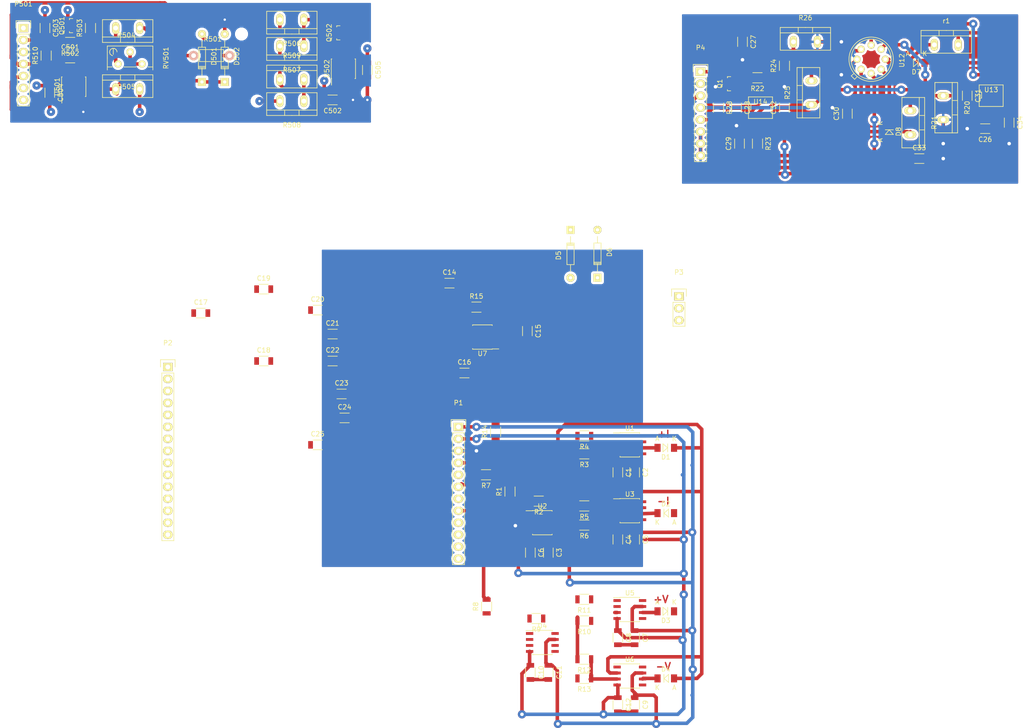
<source format=kicad_pcb>
(kicad_pcb (version 4) (host pcbnew 4.0.4+dfsg1-stable)
  (layers (0 F.Cu signal) (1 In1.Cu signal hide) (2 In2.Cu signal hide) (31 B.Cu signal hide) (35 F.Paste user) (37 F.SilkS user) (39 F.Mask user) (44 Edge.Cuts user))
  (net 0 "")
  (net 1 +VE)
  (net 2 -VE)
  (net 3 "Net-(D1-Pad2)")
  (net 4 GND)
  (net 5 OUT)
  (net 6 REF)
  (net 7 I-SET)
  (net 8 I-FB)
  (net 9 "Net-(R1-Pad1)")
  (net 10 "Net-(R2-Pad1)")
  (net 11 "Net-(R3-Pad1)")
  (net 12 "Net-(R5-Pad1)")
  (net 13 "Net-(D4-Pad1)")
  (net 14 V-SET)
  (net 15 V-FB)
  (net 16 "Net-(R10-Pad1)")
  (net 17 "Net-(D2-Pad2)")
  (net 18 "Net-(D3-Pad1)")
  (net 19 "Net-(R12-Pad2)")
  (net 20 "Net-(R7-Pad1)")
  (net 21 "Net-(R11-Pad1)")
  (net 22 "Net-(R14-Pad1)")
  (net 23 "Net-(R15-Pad1)")
  (net 24 "Net-(D5-Pad2)")
  (net 25 "Net-(D5-Pad1)")
  (net 26 "Net-(D7-Pad1)")
  (net 27 "Net-(R20-Pad1)")
  (net 28 "Net-(C26-Pad1)")
  (net 29 "Net-(R22-Pad1)")
  (net 30 "Net-(Q1-Pad2)")
  (net 31 "Net-(R23-Pad1)")
  (net 32 "Net-(C29-Pad1)")
  (net 33 "Net-(R24-Pad2)")
  (net 34 "Net-(C29-Pad2)")
  (net 35 "Net-(D8-Pad1)")
  (net 36 "Net-(C30-Pad1)")
  (net 37 GND-H)
  (net 38 "Net-(C501-Pad1)")
  (net 39 "Net-(C501-Pad2)")
  (net 40 "Net-(C502-Pad1)")
  (net 41 0V)
  (net 42 "Net-(D501-Pad1)")
  (net 43 "Net-(R502-Pad1)")
  (net 44 "Net-(R504-Pad2)")
  (net 45 "Net-(R505-Pad1)")
  (net 46 "Net-(Q502-Pad1)")
  (net 47 "Net-(R508-Pad1)")
  (net 48 "Net-(Q502-Pad2)")
  (net 49 "Net-(Q501-Pad2)")
  (net 50 H-0V)
  (module TO_SOT_Packages_SMD:SOT-23 (layer F.Cu) (at 54.864 35.306 90)
    (fp_text reference Q501 (at 0 -2.25 90) (layer F.SilkS))
    (fp_text value MMBT3904)
    (pad 1 smd rect (at -0.95 1.00076 90) (size 0.8001 0.8001) (layers F.Cu F.Paste F.Mask) (net 39 "Net-(C501-Pad2)"))
    (pad 2 smd rect (at 0.95 1.00076 90) (size 0.8001 0.8001) (layers F.Cu F.Paste F.Mask) (net 49 "Net-(Q501-Pad2)"))
    (pad 3 smd rect (at 0 -0.99822 90) (size 0.8001 0.8001) (layers F.Cu F.Paste F.Mask) (net 1 +VE))
  )
  (module Diodes_SMD:MiniMELF_Standard (layer F.Cu) (at 180.594 124.841 180)
    (fp_text reference D1 (at 0 -1.95 180) (layer F.SilkS))
    (fp_text value 1N4148)
    (fp_text user K (at -1.8 1.95 180) (layer F.SilkS))
    (fp_text user A (at 1.8 1.95 180) (layer F.SilkS))
    (pad 1 smd rect (at -1.75006 0 180) (size 1.30048 1.69926) (layers F.Cu F.Paste F.Mask) (net 5 OUT))
    (pad 2 smd rect (at 1.75006 0 180) (size 1.30048 1.69926) (layers F.Cu F.Paste F.Mask) (net 3 "Net-(D1-Pad2)"))
  )
  (module Housings_SOIC:SOIC-8_3.9x4.9mm_Pitch1.27mm (layer F.Cu) (at 172.974 124.206)
    (fp_text reference U1 (at 0 -3.5) (layer F.SilkS))
    (fp_text value LM741)
    (pad 1 smd rect (at -2.7 -1.905) (size 1.55 0.6) (layers F.Cu F.Paste F.Mask))
    (pad 2 smd rect (at -2.7 -0.635) (size 1.55 0.6) (layers F.Cu F.Paste F.Mask) (net 9 "Net-(R1-Pad1)"))
    (pad 3 smd rect (at -2.7 0.635) (size 1.55 0.6) (layers F.Cu F.Paste F.Mask) (net 4 GND))
    (pad 4 smd rect (at -2.7 1.905) (size 1.55 0.6) (layers F.Cu F.Paste F.Mask) (net 2 -VE))
    (pad 5 smd rect (at 2.7 1.905) (size 1.55 0.6) (layers F.Cu F.Paste F.Mask))
    (pad 6 smd rect (at 2.7 0.635) (size 1.55 0.6) (layers F.Cu F.Paste F.Mask) (net 11 "Net-(R3-Pad1)"))
    (pad 7 smd rect (at 2.7 -0.635) (size 1.55 0.6) (layers F.Cu F.Paste F.Mask) (net 1 +VE))
    (pad 8 smd rect (at 2.7 -1.905) (size 1.55 0.6) (layers F.Cu F.Paste F.Mask))
  )
  (module Diodes_SMD:MiniMELF_Standard (layer F.Cu) (at 180.594 138.684)
    (fp_text reference D2 (at 0 -1.95) (layer F.SilkS))
    (fp_text value 1N4148)
    (fp_text user K (at -1.8 1.95) (layer F.SilkS))
    (fp_text user A (at 1.8 1.95) (layer F.SilkS))
    (pad 1 smd rect (at -1.75006 0) (size 1.30048 1.69926) (layers F.Cu F.Paste F.Mask) (net 5 OUT))
    (pad 2 smd rect (at 1.75006 0) (size 1.30048 1.69926) (layers F.Cu F.Paste F.Mask) (net 17 "Net-(D2-Pad2)"))
  )
  (module Pin_Headers:Pin_Header_Straight_1x12 (layer F.Cu) (at 136.652 120.396)
    (fp_text reference P1 (at 0 -5.1) (layer F.SilkS))
    (fp_text value CONN_01X12)
    (pad 1 thru_hole rect (at 0 0) (size 2.032 1.7272) (drill 1.016) (layers *.Cu *.Mask F.SilkS) (net 1 +VE))
    (pad 2 thru_hole oval (at 0 2.54) (size 2.032 1.7272) (drill 1.016) (layers *.Cu *.Mask F.SilkS) (net 2 -VE))
    (pad 3 thru_hole oval (at 0 5.08) (size 2.032 1.7272) (drill 1.016) (layers *.Cu *.Mask F.SilkS) (net 4 GND))
    (pad 4 thru_hole oval (at 0 7.62) (size 2.032 1.7272) (drill 1.016) (layers *.Cu *.Mask F.SilkS) (net 5 OUT))
    (pad 5 thru_hole oval (at 0 10.16) (size 2.032 1.7272) (drill 1.016) (layers *.Cu *.Mask F.SilkS) (net 6 REF))
    (pad 6 thru_hole oval (at 0 12.7) (size 2.032 1.7272) (drill 1.016) (layers *.Cu *.Mask F.SilkS) (net 7 I-SET))
    (pad 7 thru_hole oval (at 0 15.24) (size 2.032 1.7272) (drill 1.016) (layers *.Cu *.Mask F.SilkS) (net 8 I-FB))
    (pad 8 thru_hole oval (at 0 17.78) (size 2.032 1.7272) (drill 1.016) (layers *.Cu *.Mask F.SilkS) (net 14 V-SET))
    (pad 9 thru_hole oval (at 0 20.32) (size 2.032 1.7272) (drill 1.016) (layers *.Cu *.Mask F.SilkS) (net 15 V-FB))
    (pad 10 thru_hole oval (at 0 22.86) (size 2.032 1.7272) (drill 1.016) (layers *.Cu *.Mask F.SilkS))
    (pad 11 thru_hole oval (at 0 25.4) (size 2.032 1.7272) (drill 1.016) (layers *.Cu *.Mask F.SilkS))
    (pad 12 thru_hole oval (at 0 27.94) (size 2.032 1.7272) (drill 1.016) (layers *.Cu *.Mask F.SilkS))
  )
  (module Housings_SOIC:SOIC-8_3.9x4.9mm_Pitch1.27mm (layer F.Cu) (at 154.432 140.716)
    (fp_text reference U2 (at 0 -3.5) (layer F.SilkS))
    (fp_text value LM741)
    (pad 1 smd rect (at -2.7 -1.905) (size 1.55 0.6) (layers F.Cu F.Paste F.Mask))
    (pad 2 smd rect (at -2.7 -0.635) (size 1.55 0.6) (layers F.Cu F.Paste F.Mask) (net 10 "Net-(R2-Pad1)"))
    (pad 3 smd rect (at -2.7 0.635) (size 1.55 0.6) (layers F.Cu F.Paste F.Mask) (net 4 GND))
    (pad 4 smd rect (at -2.7 1.905) (size 1.55 0.6) (layers F.Cu F.Paste F.Mask) (net 2 -VE))
    (pad 5 smd rect (at 2.7 1.905) (size 1.55 0.6) (layers F.Cu F.Paste F.Mask))
    (pad 6 smd rect (at 2.7 0.635) (size 1.55 0.6) (layers F.Cu F.Paste F.Mask) (net 19 "Net-(R12-Pad2)"))
    (pad 7 smd rect (at 2.7 -0.635) (size 1.55 0.6) (layers F.Cu F.Paste F.Mask) (net 1 +VE))
    (pad 8 smd rect (at 2.7 -1.905) (size 1.55 0.6) (layers F.Cu F.Paste F.Mask))
  )
  (module Housings_SOIC:SOIC-8_3.9x4.9mm_Pitch1.27mm (layer F.Cu) (at 172.974 138.176)
    (fp_text reference U3 (at 0 -3.5) (layer F.SilkS))
    (fp_text value LM741)
    (pad 1 smd rect (at -2.7 -1.905) (size 1.55 0.6) (layers F.Cu F.Paste F.Mask))
    (pad 2 smd rect (at -2.7 -0.635) (size 1.55 0.6) (layers F.Cu F.Paste F.Mask) (net 5 OUT))
    (pad 3 smd rect (at -2.7 0.635) (size 1.55 0.6) (layers F.Cu F.Paste F.Mask) (net 12 "Net-(R5-Pad1)"))
    (pad 4 smd rect (at -2.7 1.905) (size 1.55 0.6) (layers F.Cu F.Paste F.Mask) (net 2 -VE))
    (pad 5 smd rect (at 2.7 1.905) (size 1.55 0.6) (layers F.Cu F.Paste F.Mask))
    (pad 6 smd rect (at 2.7 0.635) (size 1.55 0.6) (layers F.Cu F.Paste F.Mask) (net 3 "Net-(D1-Pad2)"))
    (pad 7 smd rect (at 2.7 -0.635) (size 1.55 0.6) (layers F.Cu F.Paste F.Mask) (net 1 +VE))
    (pad 8 smd rect (at 2.7 -1.905) (size 1.55 0.6) (layers F.Cu F.Paste F.Mask))
  )
  (module Diodes_SMD:MiniMELF_Standard (layer F.Cu) (at 180.594 159.512 180)
    (fp_text reference D3 (at 0 -1.95 180) (layer F.SilkS))
    (fp_text value 1N4148)
    (fp_text user K (at -1.8 1.95 180) (layer F.SilkS))
    (fp_text user A (at 1.8 1.95 180) (layer F.SilkS))
    (pad 1 smd rect (at -1.75006 0 180) (size 1.30048 1.69926) (layers F.Cu F.Paste F.Mask) (net 18 "Net-(D3-Pad1)"))
    (pad 2 smd rect (at 1.75006 0 180) (size 1.30048 1.69926) (layers F.Cu F.Paste F.Mask) (net 5 OUT))
  )
  (module Diodes_SMD:MiniMELF_Standard (layer F.Cu) (at 180.594 173.736)
    (fp_text reference D4 (at 0 -1.95) (layer F.SilkS))
    (fp_text value 1N4148)
    (fp_text user K (at -1.8 1.95) (layer F.SilkS))
    (fp_text user A (at 1.8 1.95) (layer F.SilkS))
    (pad 1 smd rect (at -1.75006 0) (size 1.30048 1.69926) (layers F.Cu F.Paste F.Mask) (net 13 "Net-(D4-Pad1)"))
    (pad 2 smd rect (at 1.75006 0) (size 1.30048 1.69926) (layers F.Cu F.Paste F.Mask) (net 5 OUT))
  )
  (module Housings_SOIC:SOIC-8_3.9x4.9mm_Pitch1.27mm (layer F.Cu) (at 154.432 166.116)
    (fp_text reference U4 (at 0 -3.5) (layer F.SilkS))
    (fp_text value LM741)
    (pad 1 smd rect (at -2.7 -1.905) (size 1.55 0.6) (layers F.Cu F.Paste F.Mask))
    (pad 2 smd rect (at -2.7 -0.635) (size 1.55 0.6) (layers F.Cu F.Paste F.Mask) (net 5 OUT))
    (pad 3 smd rect (at -2.7 0.635) (size 1.55 0.6) (layers F.Cu F.Paste F.Mask) (net 16 "Net-(R10-Pad1)"))
    (pad 4 smd rect (at -2.7 1.905) (size 1.55 0.6) (layers F.Cu F.Paste F.Mask) (net 2 -VE))
    (pad 5 smd rect (at 2.7 1.905) (size 1.55 0.6) (layers F.Cu F.Paste F.Mask))
    (pad 6 smd rect (at 2.7 0.635) (size 1.55 0.6) (layers F.Cu F.Paste F.Mask) (net 13 "Net-(D4-Pad1)"))
    (pad 7 smd rect (at 2.7 -0.635) (size 1.55 0.6) (layers F.Cu F.Paste F.Mask) (net 1 +VE))
    (pad 8 smd rect (at 2.7 -1.905) (size 1.55 0.6) (layers F.Cu F.Paste F.Mask))
  )
  (module Housings_SOIC:SOIC-8_3.9x4.9mm_Pitch1.27mm (layer F.Cu) (at 172.974 159.131)
    (fp_text reference U5 (at 0 -3.5) (layer F.SilkS))
    (fp_text value LM741)
    (pad 1 smd rect (at -2.7 -1.905) (size 1.55 0.6) (layers F.Cu F.Paste F.Mask))
    (pad 2 smd rect (at -2.7 -0.635) (size 1.55 0.6) (layers F.Cu F.Paste F.Mask) (net 5 OUT))
    (pad 3 smd rect (at -2.7 0.635) (size 1.55 0.6) (layers F.Cu F.Paste F.Mask) (net 20 "Net-(R7-Pad1)"))
    (pad 4 smd rect (at -2.7 1.905) (size 1.55 0.6) (layers F.Cu F.Paste F.Mask) (net 2 -VE))
    (pad 5 smd rect (at 2.7 1.905) (size 1.55 0.6) (layers F.Cu F.Paste F.Mask))
    (pad 6 smd rect (at 2.7 0.635) (size 1.55 0.6) (layers F.Cu F.Paste F.Mask) (net 17 "Net-(D2-Pad2)"))
    (pad 7 smd rect (at 2.7 -0.635) (size 1.55 0.6) (layers F.Cu F.Paste F.Mask) (net 1 +VE))
    (pad 8 smd rect (at 2.7 -1.905) (size 1.55 0.6) (layers F.Cu F.Paste F.Mask))
  )
  (module Housings_SOIC:SOIC-8_3.9x4.9mm_Pitch1.27mm (layer F.Cu) (at 172.974 173.228)
    (fp_text reference U6 (at 0 -3.5) (layer F.SilkS))
    (fp_text value LM741)
    (pad 1 smd rect (at -2.7 -1.905) (size 1.55 0.6) (layers F.Cu F.Paste F.Mask))
    (pad 2 smd rect (at -2.7 -0.635) (size 1.55 0.6) (layers F.Cu F.Paste F.Mask) (net 5 OUT))
    (pad 3 smd rect (at -2.7 0.635) (size 1.55 0.6) (layers F.Cu F.Paste F.Mask) (net 21 "Net-(R11-Pad1)"))
    (pad 4 smd rect (at -2.7 1.905) (size 1.55 0.6) (layers F.Cu F.Paste F.Mask) (net 2 -VE))
    (pad 5 smd rect (at 2.7 1.905) (size 1.55 0.6) (layers F.Cu F.Paste F.Mask))
    (pad 6 smd rect (at 2.7 0.635) (size 1.55 0.6) (layers F.Cu F.Paste F.Mask) (net 18 "Net-(D3-Pad1)"))
    (pad 7 smd rect (at 2.7 -0.635) (size 1.55 0.6) (layers F.Cu F.Paste F.Mask) (net 1 +VE))
    (pad 8 smd rect (at 2.7 -1.905) (size 1.55 0.6) (layers F.Cu F.Paste F.Mask))
  )
  (module Capacitors_SMD:C_1206 (layer F.Cu) (at 170.434 130.048 270)
    (fp_text reference C1 (at 0 -2.3 270) (layer F.SilkS))
    (fp_text value C)
    (pad 1 smd rect (at -1.5 0 270) (size 1 1.6) (layers F.Cu F.Paste F.Mask) (net 1 +VE))
    (pad 2 smd rect (at 1.5 0 270) (size 1 1.6) (layers F.Cu F.Paste F.Mask) (net 4 GND))
  )
  (module Capacitors_SMD:C_1206 (layer F.Cu) (at 173.99 130.048 270)
    (fp_text reference C2 (at 0 -2.3 270) (layer F.SilkS))
    (fp_text value C)
    (pad 1 smd rect (at -1.5 0 270) (size 1 1.6) (layers F.Cu F.Paste F.Mask) (net 2 -VE))
    (pad 2 smd rect (at 1.5 0 270) (size 1 1.6) (layers F.Cu F.Paste F.Mask) (net 4 GND))
  )
  (module Capacitors_SMD:C_1206 (layer F.Cu) (at 155.702 147.066 270)
    (fp_text reference C3 (at 0 -2.3 270) (layer F.SilkS))
    (fp_text value C)
    (pad 1 smd rect (at -1.5 0 270) (size 1 1.6) (layers F.Cu F.Paste F.Mask) (net 1 +VE))
    (pad 2 smd rect (at 1.5 0 270) (size 1 1.6) (layers F.Cu F.Paste F.Mask) (net 4 GND))
  )
  (module Capacitors_SMD:C_1206 (layer F.Cu) (at 170.434 144.272 270)
    (fp_text reference C4 (at 0 -2.3 270) (layer F.SilkS))
    (fp_text value C)
    (pad 1 smd rect (at -1.5 0 270) (size 1 1.6) (layers F.Cu F.Paste F.Mask) (net 2 -VE))
    (pad 2 smd rect (at 1.5 0 270) (size 1 1.6) (layers F.Cu F.Paste F.Mask) (net 4 GND))
  )
  (module Capacitors_SMD:C_1206 (layer F.Cu) (at 173.99 144.272 270)
    (fp_text reference C5 (at 0 -2.3 270) (layer F.SilkS))
    (fp_text value C)
    (pad 1 smd rect (at -1.5 0 270) (size 1 1.6) (layers F.Cu F.Paste F.Mask) (net 1 +VE))
    (pad 2 smd rect (at 1.5 0 270) (size 1 1.6) (layers F.Cu F.Paste F.Mask) (net 4 GND))
  )
  (module Capacitors_SMD:C_1206 (layer F.Cu) (at 151.892 147.066 270)
    (fp_text reference C6 (at 0 -2.3 270) (layer F.SilkS))
    (fp_text value C)
    (pad 1 smd rect (at -1.5 0 270) (size 1 1.6) (layers F.Cu F.Paste F.Mask) (net 2 -VE))
    (pad 2 smd rect (at 1.5 0 270) (size 1 1.6) (layers F.Cu F.Paste F.Mask) (net 4 GND))
  )
  (module Capacitors_SMD:C_1206 (layer F.Cu) (at 173.99 165.1 270)
    (fp_text reference C7 (at 0 -2.3 270) (layer F.SilkS))
    (fp_text value C)
    (pad 1 smd rect (at -1.5 0 270) (size 1 1.6) (layers F.Cu F.Paste F.Mask) (net 1 +VE))
    (pad 2 smd rect (at 1.5 0 270) (size 1 1.6) (layers F.Cu F.Paste F.Mask) (net 4 GND))
  )
  (module Capacitors_SMD:C_1206 (layer F.Cu) (at 170.434 165.1 270)
    (fp_text reference C8 (at 0 -2.3 270) (layer F.SilkS))
    (fp_text value C)
    (pad 1 smd rect (at -1.5 0 270) (size 1 1.6) (layers F.Cu F.Paste F.Mask) (net 2 -VE))
    (pad 2 smd rect (at 1.5 0 270) (size 1 1.6) (layers F.Cu F.Paste F.Mask) (net 4 GND))
  )
  (module Capacitors_SMD:C_1206 (layer F.Cu) (at 173.99 179.324 270)
    (fp_text reference C9 (at 0 -2.3 270) (layer F.SilkS))
    (fp_text value C)
    (pad 1 smd rect (at -1.5 0 270) (size 1 1.6) (layers F.Cu F.Paste F.Mask) (net 1 +VE))
    (pad 2 smd rect (at 1.5 0 270) (size 1 1.6) (layers F.Cu F.Paste F.Mask) (net 4 GND))
  )
  (module Capacitors_SMD:C_1206 (layer F.Cu) (at 151.892 172.466 270)
    (fp_text reference C10 (at 0 -2.3 270) (layer F.SilkS))
    (fp_text value C)
    (pad 1 smd rect (at -1.5 0 270) (size 1 1.6) (layers F.Cu F.Paste F.Mask) (net 2 -VE))
    (pad 2 smd rect (at 1.5 0 270) (size 1 1.6) (layers F.Cu F.Paste F.Mask) (net 4 GND))
  )
  (module Capacitors_SMD:C_1206 (layer F.Cu) (at 155.702 172.466 270)
    (fp_text reference C11 (at 0 -2.3 270) (layer F.SilkS))
    (fp_text value C)
    (pad 1 smd rect (at -1.5 0 270) (size 1 1.6) (layers F.Cu F.Paste F.Mask) (net 1 +VE))
    (pad 2 smd rect (at 1.5 0 270) (size 1 1.6) (layers F.Cu F.Paste F.Mask) (net 4 GND))
  )
  (module Capacitors_SMD:C_1206 (layer F.Cu) (at 170.434 179.324 270)
    (fp_text reference C12 (at 0 -2.3 270) (layer F.SilkS))
    (fp_text value C)
    (pad 1 smd rect (at -1.5 0 270) (size 1 1.6) (layers F.Cu F.Paste F.Mask) (net 2 -VE))
    (pad 2 smd rect (at 1.5 0 270) (size 1 1.6) (layers F.Cu F.Paste F.Mask) (net 4 GND))
  )
  (module Resistors_SMD:R_1206 (layer F.Cu) (at 147.574 134.112 90)
    (fp_text reference R1 (at 0 -2.3 90) (layer F.SilkS))
    (fp_text value R)
    (pad 1 smd rect (at -1.45 0 90) (size 0.9 1.7) (layers F.Cu F.Paste F.Mask) (net 9 "Net-(R1-Pad1)"))
    (pad 2 smd rect (at 1.45 0 90) (size 0.9 1.7) (layers F.Cu F.Paste F.Mask) (net 7 I-SET))
  )
  (module Resistors_SMD:R_1206 (layer F.Cu) (at 153.67 136.144 180)
    (fp_text reference R2 (at 0 -2.3 180) (layer F.SilkS))
    (fp_text value R)
    (pad 1 smd rect (at -1.45 0 180) (size 0.9 1.7) (layers F.Cu F.Paste F.Mask) (net 10 "Net-(R2-Pad1)"))
    (pad 2 smd rect (at 1.45 0 180) (size 0.9 1.7) (layers F.Cu F.Paste F.Mask) (net 14 V-SET))
  )
  (module Resistors_SMD:R_1206 (layer F.Cu) (at 163.322 126.111 180)
    (fp_text reference R3 (at 0 -2.3 180) (layer F.SilkS))
    (fp_text value R)
    (pad 1 smd rect (at -1.45 0 180) (size 0.9 1.7) (layers F.Cu F.Paste F.Mask) (net 11 "Net-(R3-Pad1)"))
    (pad 2 smd rect (at 1.45 0 180) (size 0.9 1.7) (layers F.Cu F.Paste F.Mask) (net 9 "Net-(R1-Pad1)"))
  )
  (module Resistors_SMD:R_1206 (layer F.Cu) (at 163.322 122.301 180)
    (fp_text reference R4 (at 0 -2.3 180) (layer F.SilkS))
    (fp_text value R)
    (pad 1 smd rect (at -1.45 0 180) (size 0.9 1.7) (layers F.Cu F.Paste F.Mask) (net 19 "Net-(R12-Pad2)"))
    (pad 2 smd rect (at 1.45 0 180) (size 0.9 1.7) (layers F.Cu F.Paste F.Mask) (net 10 "Net-(R2-Pad1)"))
  )
  (module Resistors_SMD:R_1206 (layer F.Cu) (at 163.322 137.16 180)
    (fp_text reference R5 (at 0 -2.3 180) (layer F.SilkS))
    (fp_text value R)
    (pad 1 smd rect (at -1.45 0 180) (size 0.9 1.7) (layers F.Cu F.Paste F.Mask) (net 12 "Net-(R5-Pad1)"))
    (pad 2 smd rect (at 1.45 0 180) (size 0.9 1.7) (layers F.Cu F.Paste F.Mask) (net 8 I-FB))
  )
  (module Resistors_SMD:R_1206 (layer F.Cu) (at 163.322 141.224 180)
    (fp_text reference R6 (at 0 -2.3 180) (layer F.SilkS))
    (fp_text value R)
    (pad 1 smd rect (at -1.45 0 180) (size 0.9 1.7) (layers F.Cu F.Paste F.Mask) (net 12 "Net-(R5-Pad1)"))
    (pad 2 smd rect (at 1.45 0 180) (size 0.9 1.7) (layers F.Cu F.Paste F.Mask) (net 7 I-SET))
  )
  (module Resistors_SMD:R_1206 (layer F.Cu) (at 142.494 130.556 180)
    (fp_text reference R7 (at 0 -2.3 180) (layer F.SilkS))
    (fp_text value R)
    (pad 1 smd rect (at -1.45 0 180) (size 0.9 1.7) (layers F.Cu F.Paste F.Mask) (net 20 "Net-(R7-Pad1)"))
    (pad 2 smd rect (at 1.45 0 180) (size 0.9 1.7) (layers F.Cu F.Paste F.Mask) (net 15 V-FB))
  )
  (module Resistors_SMD:R_1206 (layer F.Cu) (at 142.621 158.496 90)
    (fp_text reference R8 (at 0 -2.3 90) (layer F.SilkS))
    (fp_text value R)
    (pad 1 smd rect (at -1.45 0 90) (size 0.9 1.7) (layers F.Cu F.Paste F.Mask) (net 20 "Net-(R7-Pad1)"))
    (pad 2 smd rect (at 1.45 0 90) (size 0.9 1.7) (layers F.Cu F.Paste F.Mask) (net 14 V-SET))
  )
  (module Resistors_SMD:R_1206 (layer F.Cu) (at 153.162 161.036 180)
    (fp_text reference R9 (at 0 -2.3 180) (layer F.SilkS))
    (fp_text value R)
    (pad 1 smd rect (at -1.45 0 180) (size 0.9 1.7) (layers F.Cu F.Paste F.Mask) (net 16 "Net-(R10-Pad1)"))
    (pad 2 smd rect (at 1.45 0 180) (size 0.9 1.7) (layers F.Cu F.Paste F.Mask) (net 11 "Net-(R3-Pad1)"))
  )
  (module Resistors_SMD:R_1206 (layer F.Cu) (at 163.322 161.544 180)
    (fp_text reference R10 (at 0 -2.3 180) (layer F.SilkS))
    (fp_text value R)
    (pad 1 smd rect (at -1.45 0 180) (size 0.9 1.7) (layers F.Cu F.Paste F.Mask) (net 16 "Net-(R10-Pad1)"))
    (pad 2 smd rect (at 1.45 0 180) (size 0.9 1.7) (layers F.Cu F.Paste F.Mask) (net 8 I-FB))
  )
  (module Resistors_SMD:R_1206 (layer F.Cu) (at 163.322 156.972 180)
    (fp_text reference R11 (at 0 -2.3 180) (layer F.SilkS))
    (fp_text value R)
    (pad 1 smd rect (at -1.45 0 180) (size 0.9 1.7) (layers F.Cu F.Paste F.Mask) (net 21 "Net-(R11-Pad1)"))
    (pad 2 smd rect (at 1.45 0 180) (size 0.9 1.7) (layers F.Cu F.Paste F.Mask) (net 15 V-FB))
  )
  (module Resistors_SMD:R_1206 (layer F.Cu) (at 163.322 169.672 180)
    (fp_text reference R12 (at 0 -2.3 180) (layer F.SilkS))
    (fp_text value R)
    (pad 1 smd rect (at -1.45 0 180) (size 0.9 1.7) (layers F.Cu F.Paste F.Mask) (net 21 "Net-(R11-Pad1)"))
    (pad 2 smd rect (at 1.45 0 180) (size 0.9 1.7) (layers F.Cu F.Paste F.Mask) (net 19 "Net-(R12-Pad2)"))
  )
  (module Resistors_SMD:R_1206 (layer F.Cu) (at 163.322 173.736 180)
    (fp_text reference R13 (at 0 -2.3 180) (layer F.SilkS))
    (fp_text value R)
    (pad 1 smd rect (at -1.45 0 180) (size 0.9 1.7) (layers F.Cu F.Paste F.Mask) (net 5 OUT))
    (pad 2 smd rect (at 1.45 0 180) (size 0.9 1.7) (layers F.Cu F.Paste F.Mask) (net 6 REF))
  )
  (module Resistors_SMD:R_1206 (layer F.Cu) (at 144.526 121.412 90)
    (fp_text reference R14 (at 0 -2.3 90) (layer F.SilkS))
    (fp_text value R)
    (pad 1 smd rect (at -1.45 0 90) (size 0.9 1.7) (layers F.Cu F.Paste F.Mask) (net 22 "Net-(R14-Pad1)"))
    (pad 2 smd rect (at 1.45 0 90) (size 0.9 1.7) (layers F.Cu F.Paste F.Mask) (net 6 REF))
  )
  (module Capacitors_SMD:C_1206 (layer F.Cu) (at 134.747 89.916)
    (fp_text reference C14 (at 0 -2.3) (layer F.SilkS))
    (fp_text value C)
    (pad 1 smd rect (at -1.5 0) (size 1 1.6) (layers F.Cu F.Paste F.Mask) (net 1 +VE))
    (pad 2 smd rect (at 1.5 0) (size 1 1.6) (layers F.Cu F.Paste F.Mask) (net 4 GND))
  )
  (module Capacitors_SMD:C_1206 (layer F.Cu) (at 151.257 100.076 270)
    (fp_text reference C15 (at 0 -2.3 270) (layer F.SilkS))
    (fp_text value C)
    (pad 1 smd rect (at -1.5 0 270) (size 1 1.6) (layers F.Cu F.Paste F.Mask) (net 2 -VE))
    (pad 2 smd rect (at 1.5 0 270) (size 1 1.6) (layers F.Cu F.Paste F.Mask) (net 4 GND))
  )
  (module Capacitors_SMD:C_1206 (layer F.Cu) (at 137.922 108.966)
    (fp_text reference C16 (at 0 -2.3) (layer F.SilkS))
    (fp_text value C)
    (pad 1 smd rect (at -1.5 0) (size 1 1.6) (layers F.Cu F.Paste F.Mask) (net 1 +VE))
    (pad 2 smd rect (at 1.5 0) (size 1 1.6) (layers F.Cu F.Paste F.Mask) (net 4 GND))
  )
  (module Capacitors_SMD:C_1206 (layer F.Cu) (at 82.042 96.266)
    (fp_text reference C17 (at 0 -2.3) (layer F.SilkS))
    (fp_text value C)
    (pad 1 smd rect (at -1.5 0) (size 1 1.6) (layers F.Cu F.Paste F.Mask) (net 2 -VE))
    (pad 2 smd rect (at 1.5 0) (size 1 1.6) (layers F.Cu F.Paste F.Mask) (net 4 GND))
  )
  (module Capacitors_SMD:C_1206 (layer F.Cu) (at 95.377 106.426)
    (fp_text reference C18 (at 0 -2.3) (layer F.SilkS))
    (fp_text value C)
    (pad 1 smd rect (at -1.5 0) (size 1 1.6) (layers F.Cu F.Paste F.Mask) (net 1 +VE))
    (pad 2 smd rect (at 1.5 0) (size 1 1.6) (layers F.Cu F.Paste F.Mask) (net 4 GND))
  )
  (module Capacitors_SMD:C_1206 (layer F.Cu) (at 95.377 91.186)
    (fp_text reference C19 (at 0 -2.3) (layer F.SilkS))
    (fp_text value C)
    (pad 1 smd rect (at -1.5 0) (size 1 1.6) (layers F.Cu F.Paste F.Mask) (net 2 -VE))
    (pad 2 smd rect (at 1.5 0) (size 1 1.6) (layers F.Cu F.Paste F.Mask) (net 4 GND))
  )
  (module Capacitors_SMD:C_1206 (layer F.Cu) (at 106.807 95.631)
    (fp_text reference C20 (at 0 -2.3) (layer F.SilkS))
    (fp_text value C)
    (pad 1 smd rect (at -1.5 0) (size 1 1.6) (layers F.Cu F.Paste F.Mask) (net 1 +VE))
    (pad 2 smd rect (at 1.5 0) (size 1 1.6) (layers F.Cu F.Paste F.Mask) (net 4 GND))
  )
  (module Capacitors_SMD:C_1206 (layer F.Cu) (at 109.982 100.711)
    (fp_text reference C21 (at 0 -2.3) (layer F.SilkS))
    (fp_text value C)
    (pad 1 smd rect (at -1.5 0) (size 1 1.6) (layers F.Cu F.Paste F.Mask) (net 2 -VE))
    (pad 2 smd rect (at 1.5 0) (size 1 1.6) (layers F.Cu F.Paste F.Mask) (net 4 GND))
  )
  (module Capacitors_SMD:C_1206 (layer F.Cu) (at 109.982 106.426)
    (fp_text reference C22 (at 0 -2.3) (layer F.SilkS))
    (fp_text value C)
    (pad 1 smd rect (at -1.5 0) (size 1 1.6) (layers F.Cu F.Paste F.Mask) (net 1 +VE))
    (pad 2 smd rect (at 1.5 0) (size 1 1.6) (layers F.Cu F.Paste F.Mask) (net 4 GND))
  )
  (module Capacitors_SMD:C_1206 (layer F.Cu) (at 111.887 113.411)
    (fp_text reference C23 (at 0 -2.3) (layer F.SilkS))
    (fp_text value C)
    (pad 1 smd rect (at -1.5 0) (size 1 1.6) (layers F.Cu F.Paste F.Mask) (net 2 -VE))
    (pad 2 smd rect (at 1.5 0) (size 1 1.6) (layers F.Cu F.Paste F.Mask) (net 4 GND))
  )
  (module Capacitors_SMD:C_1206 (layer F.Cu) (at 112.522 118.491)
    (fp_text reference C24 (at 0 -2.3) (layer F.SilkS))
    (fp_text value C)
    (pad 1 smd rect (at -1.5 0) (size 1 1.6) (layers F.Cu F.Paste F.Mask) (net 1 +VE))
    (pad 2 smd rect (at 1.5 0) (size 1 1.6) (layers F.Cu F.Paste F.Mask) (net 4 GND))
  )
  (module Capacitors_SMD:C_1206 (layer F.Cu) (at 106.807 124.206)
    (fp_text reference C25 (at 0 -2.3) (layer F.SilkS))
    (fp_text value C)
    (pad 1 smd rect (at -1.5 0) (size 1 1.6) (layers F.Cu F.Paste F.Mask) (net 2 -VE))
    (pad 2 smd rect (at 1.5 0) (size 1 1.6) (layers F.Cu F.Paste F.Mask) (net 4 GND))
  )
  (module Resistors_SMD:R_1206 (layer F.Cu) (at 140.462 94.996)
    (fp_text reference R15 (at 0 -2.3) (layer F.SilkS))
    (fp_text value R)
    (pad 1 smd rect (at -1.45 0) (size 0.9 1.7) (layers F.Cu F.Paste F.Mask) (net 23 "Net-(R15-Pad1)"))
    (pad 2 smd rect (at 1.45 0) (size 0.9 1.7) (layers F.Cu F.Paste F.Mask) (net 22 "Net-(R14-Pad1)"))
  )
  (module Housings_SOIC:SOIC-8_3.9x4.9mm_Pitch1.27mm (layer F.Cu) (at 141.732 101.346 180)
    (fp_text reference U7 (at 0 -3.5 180) (layer F.SilkS))
    (fp_text value LM741)
    (pad 1 smd rect (at -2.7 -1.905 180) (size 1.55 0.6) (layers F.Cu F.Paste F.Mask))
    (pad 2 smd rect (at -2.7 -0.635 180) (size 1.55 0.6) (layers F.Cu F.Paste F.Mask) (net 22 "Net-(R14-Pad1)"))
    (pad 3 smd rect (at -2.7 0.635 180) (size 1.55 0.6) (layers F.Cu F.Paste F.Mask) (net 4 GND))
    (pad 4 smd rect (at -2.7 1.905 180) (size 1.55 0.6) (layers F.Cu F.Paste F.Mask) (net 2 -VE))
    (pad 5 smd rect (at 2.7 1.905 180) (size 1.55 0.6) (layers F.Cu F.Paste F.Mask))
    (pad 6 smd rect (at 2.7 0.635 180) (size 1.55 0.6) (layers F.Cu F.Paste F.Mask) (net 23 "Net-(R15-Pad1)"))
    (pad 7 smd rect (at 2.7 -0.635 180) (size 1.55 0.6) (layers F.Cu F.Paste F.Mask) (net 1 +VE))
    (pad 8 smd rect (at 2.7 -1.905 180) (size 1.55 0.6) (layers F.Cu F.Paste F.Mask))
  )
  (module Capacitors_SMD:C_1206 (layer F.Cu) (at 196.85 38.735 270)
    (fp_text reference C27 (at 0 -2.3 270) (layer F.SilkS))
    (fp_text value 10uF)
    (pad 1 smd rect (at -1.5 0 270) (size 1 1.6) (layers F.Cu F.Paste F.Mask) (net 1 +VE))
    (pad 2 smd rect (at 1.5 0 270) (size 1 1.6) (layers F.Cu F.Paste F.Mask) (net 4 GND))
  )
  (module Capacitors_SMD:C_1206 (layer F.Cu) (at 195.58 52.705 270)
    (fp_text reference C28 (at 0 -2.3 270) (layer F.SilkS))
    (fp_text value 0.1uF)
    (pad 1 smd rect (at -1.5 0 270) (size 1 1.6) (layers F.Cu F.Paste F.Mask) (net 1 +VE))
    (pad 2 smd rect (at 1.5 0 270) (size 1 1.6) (layers F.Cu F.Paste F.Mask) (net 4 GND))
  )
  (module Capacitors_SMD:C_1206 (layer F.Cu) (at 234.315 63.5)
    (fp_text reference C33 (at 0 -2.3) (layer F.SilkS))
    (fp_text value 10uF)
    (pad 1 smd rect (at -1.5 0) (size 1 1.6) (layers F.Cu F.Paste F.Mask) (net 2 -VE))
    (pad 2 smd rect (at 1.5 0) (size 1 1.6) (layers F.Cu F.Paste F.Mask) (net 4 GND))
  )
  (module Capacitors_SMD:C_1206 (layer F.Cu) (at 253.365 55.88 270)
    (fp_text reference C34 (at 0 -2.3 270) (layer F.SilkS))
    (fp_text value 0.1uF)
    (pad 1 smd rect (at -1.5 0 270) (size 1 1.6) (layers F.Cu F.Paste F.Mask) (net 2 -VE))
    (pad 2 smd rect (at 1.5 0 270) (size 1 1.6) (layers F.Cu F.Paste F.Mask) (net 4 GND))
  )
  (module Diodes_ThroughHole:Diode_DO-35_SOD27_Horizontal_RM10 (layer F.Cu) (at 160.401 78.613 270)
    (fp_text reference D5 (at 5.43052 2.53746 270) (layer F.SilkS))
    (fp_text value 1N4148)
    (pad 2 thru_hole circle (at 10.16052 -0.00254 90) (size 1.69926 1.69926) (drill 0.70104) (layers *.Cu *.Mask F.SilkS) (net 24 "Net-(D5-Pad2)"))
    (pad 1 thru_hole rect (at 0.00052 -0.00254 90) (size 1.69926 1.69926) (drill 0.70104) (layers *.Cu *.Mask F.SilkS) (net 25 "Net-(D5-Pad1)"))
  )
  (module Diodes_ThroughHole:Diode_DO-35_SOD27_Horizontal_RM10 (layer F.Cu) (at 166.116 88.773 90)
    (fp_text reference D6 (at 5.43052 2.53746 90) (layer F.SilkS))
    (fp_text value 1N4148)
    (pad 2 thru_hole circle (at 10.16052 -0.00254 270) (size 1.69926 1.69926) (drill 0.70104) (layers *.Cu *.Mask F.SilkS) (net 25 "Net-(D5-Pad1)"))
    (pad 1 thru_hole rect (at 0.00052 -0.00254 270) (size 1.69926 1.69926) (drill 0.70104) (layers *.Cu *.Mask F.SilkS) (net 24 "Net-(D5-Pad2)"))
  )
  (module Pin_Headers:Pin_Header_Straight_1x15 (layer F.Cu) (at 75.057 107.696)
    (fp_text reference P2 (at 0 -5.1) (layer F.SilkS))
    (fp_text value CONN_01X15)
    (pad 1 thru_hole rect (at 0 0) (size 2.032 1.7272) (drill 1.016) (layers *.Cu *.Mask F.SilkS) (net 1 +VE))
    (pad 2 thru_hole oval (at 0 2.54) (size 2.032 1.7272) (drill 1.016) (layers *.Cu *.Mask F.SilkS) (net 4 GND))
    (pad 3 thru_hole oval (at 0 5.08) (size 2.032 1.7272) (drill 1.016) (layers *.Cu *.Mask F.SilkS) (net 2 -VE))
    (pad 4 thru_hole oval (at 0 7.62) (size 2.032 1.7272) (drill 1.016) (layers *.Cu *.Mask F.SilkS) (net 4 GND))
    (pad 5 thru_hole oval (at 0 10.16) (size 2.032 1.7272) (drill 1.016) (layers *.Cu *.Mask F.SilkS) (net 6 REF))
    (pad 6 thru_hole oval (at 0 12.7) (size 2.032 1.7272) (drill 1.016) (layers *.Cu *.Mask F.SilkS))
    (pad 7 thru_hole oval (at 0 15.24) (size 2.032 1.7272) (drill 1.016) (layers *.Cu *.Mask F.SilkS) (net 4 GND))
    (pad 8 thru_hole oval (at 0 17.78) (size 2.032 1.7272) (drill 1.016) (layers *.Cu *.Mask F.SilkS))
    (pad 9 thru_hole oval (at 0 20.32) (size 2.032 1.7272) (drill 1.016) (layers *.Cu *.Mask F.SilkS))
    (pad 10 thru_hole oval (at 0 22.86) (size 2.032 1.7272) (drill 1.016) (layers *.Cu *.Mask F.SilkS))
    (pad 11 thru_hole oval (at 0 25.4) (size 2.032 1.7272) (drill 1.016) (layers *.Cu *.Mask F.SilkS))
    (pad 12 thru_hole oval (at 0 27.94) (size 2.032 1.7272) (drill 1.016) (layers *.Cu *.Mask F.SilkS))
    (pad 13 thru_hole oval (at 0 30.48) (size 2.032 1.7272) (drill 1.016) (layers *.Cu *.Mask F.SilkS))
    (pad 14 thru_hole oval (at 0 33.02) (size 2.032 1.7272) (drill 1.016) (layers *.Cu *.Mask F.SilkS) (net 4 GND))
    (pad 15 thru_hole oval (at 0 35.56) (size 2.032 1.7272) (drill 1.016) (layers *.Cu *.Mask F.SilkS) (net 4 GND))
  )
  (module Pin_Headers:Pin_Header_Straight_1x03 (layer F.Cu) (at 183.388 92.71)
    (fp_text reference P3 (at 0 -5.1) (layer F.SilkS))
    (fp_text value CONN_01X03)
    (pad 1 thru_hole rect (at 0 0) (size 2.032 1.7272) (drill 1.016) (layers *.Cu *.Mask F.SilkS))
    (pad 2 thru_hole oval (at 0 2.54) (size 2.032 1.7272) (drill 1.016) (layers *.Cu *.Mask F.SilkS))
    (pad 3 thru_hole oval (at 0 5.08) (size 2.032 1.7272) (drill 1.016) (layers *.Cu *.Mask F.SilkS) (net 24 "Net-(D5-Pad2)"))
  )
  (module SMD_Packages:SOIC-8-N (layer F.Cu) (at 249.555 50.165)
    (fp_text reference U13 (at 0 -1.27) (layer F.SilkS))
    (fp_text value LM741)
    (pad 8 smd rect (at -1.905 -3.175) (size 0.508 1.143) (layers F.Cu F.Paste F.Mask))
    (pad 7 smd rect (at -0.635 -3.175) (size 0.508 1.143) (layers F.Cu F.Paste F.Mask) (net 1 +VE))
    (pad 6 smd rect (at 0.635 -3.175) (size 0.508 1.143) (layers F.Cu F.Paste F.Mask) (net 26 "Net-(D7-Pad1)"))
    (pad 5 smd rect (at 1.905 -3.175) (size 0.508 1.143) (layers F.Cu F.Paste F.Mask))
    (pad 4 smd rect (at 1.905 3.175) (size 0.508 1.143) (layers F.Cu F.Paste F.Mask) (net 2 -VE))
    (pad 3 smd rect (at 0.635 3.175) (size 0.508 1.143) (layers F.Cu F.Paste F.Mask) (net 28 "Net-(C26-Pad1)"))
    (pad 2 smd rect (at -0.635 3.175) (size 0.508 1.143) (layers F.Cu F.Paste F.Mask) (net 27 "Net-(R20-Pad1)"))
    (pad 1 smd rect (at -1.905 3.175) (size 0.508 1.143) (layers F.Cu F.Paste F.Mask))
  )
  (module Capacitors_SMD:C_1206 (layer F.Cu) (at 248.285 57.15 180)
    (fp_text reference C26 (at 0 -2.3 180) (layer F.SilkS))
    (fp_text value 22nF)
    (pad 1 smd rect (at -1.5 0 180) (size 1 1.6) (layers F.Cu F.Paste F.Mask) (net 28 "Net-(C26-Pad1)"))
    (pad 2 smd rect (at 1.5 0 180) (size 1 1.6) (layers F.Cu F.Paste F.Mask) (net 4 GND))
  )
  (module Diodes_SMD:MiniMELF_Standard (layer F.Cu) (at 233.68 43.18 180)
    (fp_text reference D7 (at 0 -1.95 180) (layer F.SilkS))
    (fp_text value 1N4148)
    (fp_text user K (at -1.8 1.95 180) (layer F.SilkS))
    (fp_text user A (at 1.8 1.95 180) (layer F.SilkS))
    (pad 1 smd rect (at -1.75006 0 180) (size 1.30048 1.69926) (layers F.Cu F.Paste F.Mask) (net 26 "Net-(D7-Pad1)"))
    (pad 2 smd rect (at 1.75006 0 180) (size 1.30048 1.69926) (layers F.Cu F.Paste F.Mask) (net 6 REF))
  )
  (module footprint:TO-5_Housing_8Pin (layer F.Cu) (at 224.155 42.545 270)
    (fp_text reference U12 (at 0.15 -6.475 270) (layer F.SilkS))
    (fp_text value LTZ1000)
    (pad 7 thru_hole circle (at -0.1125 3.0375) (size 1.524 1.524) (drill 0.85) (layers *.Cu *.Mask F.SilkS) (net 4 GND))
    (pad 3 thru_hole circle (at -0.1125 -2.9625) (size 1.524 1.524) (drill 0.85) (layers *.Cu *.Mask F.SilkS) (net 6 REF))
    (pad 5 thru_hole circle (at -3.1125 0.0375) (size 1.524 1.524) (drill 0.85) (layers *.Cu *.Mask F.SilkS) (net 28 "Net-(C26-Pad1)"))
    (pad 1 thru_hole circle (at 2.8875 0.0375) (size 1.524 1.524) (drill 0.85) (layers *.Cu *.Mask F.SilkS) (net 34 "Net-(C29-Pad2)"))
    (pad 2 thru_hole circle (at 2.0125 -2.0875) (size 1.524 1.524) (drill 0.85) (layers *.Cu *.Mask F.SilkS) (net 35 "Net-(D8-Pad1)"))
    (pad 6 thru_hole circle (at -2.2375 2.1625) (size 1.524 1.524) (drill 0.85) (layers *.Cu *.Mask F.SilkS) (net 33 "Net-(R24-Pad2)"))
    (pad 4 thru_hole circle (at -2.2375 -2.0875) (size 1.524 1.524) (drill 0.85) (layers *.Cu *.Mask F.SilkS) (net 27 "Net-(R20-Pad1)"))
    (pad 8 thru_hole circle (at 2.0125 2.1625) (size 1.524 1.524) (drill 0.85) (layers *.Cu *.Mask F.SilkS) (net 36 "Net-(C30-Pad1)"))
  )
  (module Resistors_ThroughHole:Resistor_TO-220_Vertical (layer F.Cu) (at 239.395 52.705 270)
    (fp_text reference R20 (at 0 -5.08 270) (layer F.SilkS))
    (fp_text value 120)
    (pad 1 thru_hole oval (at -2.54 0) (size 2.49936 1.50114) (drill 1.00076) (layers *.Cu *.Mask F.SilkS) (net 27 "Net-(R20-Pad1)"))
    (pad 2 thru_hole oval (at 2.54 0) (size 2.49936 1.50114) (drill 1.00076) (layers *.Cu *.Mask F.SilkS) (net 4 GND))
  )
  (module Resistors_SMD:R_1206 (layer F.Cu) (at 200.025 46.355 180)
    (fp_text reference R22 (at 0 -2.3 180) (layer F.SilkS))
    (fp_text value 1k)
    (pad 1 smd rect (at -1.45 0 180) (size 0.9 1.7) (layers F.Cu F.Paste F.Mask) (net 29 "Net-(R22-Pad1)"))
    (pad 2 smd rect (at 1.45 0 180) (size 0.9 1.7) (layers F.Cu F.Paste F.Mask) (net 30 "Net-(Q1-Pad2)"))
  )
  (module Resistors_SMD:R_1206 (layer F.Cu) (at 200.025 60.325 270)
    (fp_text reference R23 (at 0 -2.3 270) (layer F.SilkS))
    (fp_text value 1M)
    (pad 1 smd rect (at -1.45 0 270) (size 0.9 1.7) (layers F.Cu F.Paste F.Mask) (net 31 "Net-(R23-Pad1)"))
    (pad 2 smd rect (at 1.45 0 270) (size 0.9 1.7) (layers F.Cu F.Paste F.Mask) (net 32 "Net-(C29-Pad1)"))
  )
  (module Resistors_SMD:R_1206 (layer F.Cu) (at 205.74 43.815 90)
    (fp_text reference R24 (at 0 -2.3 90) (layer F.SilkS))
    (fp_text value 10k)
    (pad 1 smd rect (at -1.45 0 90) (size 0.9 1.7) (layers F.Cu F.Paste F.Mask) (net 31 "Net-(R23-Pad1)"))
    (pad 2 smd rect (at 1.45 0 90) (size 0.9 1.7) (layers F.Cu F.Paste F.Mask) (net 33 "Net-(R24-Pad2)"))
  )
  (module SMD_Packages:SOIC-8-N (layer F.Cu) (at 200.66 52.705)
    (fp_text reference U14 (at 0 -1.27) (layer F.SilkS))
    (fp_text value LM741)
    (pad 8 smd rect (at -1.905 -3.175) (size 0.508 1.143) (layers F.Cu F.Paste F.Mask))
    (pad 7 smd rect (at -0.635 -3.175) (size 0.508 1.143) (layers F.Cu F.Paste F.Mask) (net 1 +VE))
    (pad 6 smd rect (at 0.635 -3.175) (size 0.508 1.143) (layers F.Cu F.Paste F.Mask) (net 29 "Net-(R22-Pad1)"))
    (pad 5 smd rect (at 1.905 -3.175) (size 0.508 1.143) (layers F.Cu F.Paste F.Mask))
    (pad 4 smd rect (at 1.905 3.175) (size 0.508 1.143) (layers F.Cu F.Paste F.Mask) (net 2 -VE))
    (pad 3 smd rect (at 0.635 3.175) (size 0.508 1.143) (layers F.Cu F.Paste F.Mask) (net 36 "Net-(C30-Pad1)"))
    (pad 2 smd rect (at -0.635 3.175) (size 0.508 1.143) (layers F.Cu F.Paste F.Mask) (net 31 "Net-(R23-Pad1)"))
    (pad 1 smd rect (at -1.905 3.175) (size 0.508 1.143) (layers F.Cu F.Paste F.Mask))
  )
  (module Diodes_SMD:MiniMELF_Standard (layer F.Cu) (at 227.965 57.785 270)
    (fp_text reference D8 (at 0 -1.95 270) (layer F.SilkS))
    (fp_text value 1N4148)
    (fp_text user K (at -1.8 1.95 270) (layer F.SilkS))
    (fp_text user A (at 1.8 1.95 270) (layer F.SilkS))
    (pad 1 smd rect (at -1.75006 0 270) (size 1.30048 1.69926) (layers F.Cu F.Paste F.Mask) (net 35 "Net-(D8-Pad1)"))
    (pad 2 smd rect (at 1.75006 0 270) (size 1.30048 1.69926) (layers F.Cu F.Paste F.Mask) (net 37 GND-H))
  )
  (module TO_SOT_Packages_SMD:SOT-23 (layer F.Cu) (at 194.31 47.625 90)
    (fp_text reference Q1 (at 0 -2.25 90) (layer F.SilkS))
    (fp_text value 2N3904)
    (pad 1 smd rect (at -0.95 1.00076 90) (size 0.8001 0.8001) (layers F.Cu F.Paste F.Mask) (net 34 "Net-(C29-Pad2)"))
    (pad 2 smd rect (at 0.95 1.00076 90) (size 0.8001 0.8001) (layers F.Cu F.Paste F.Mask) (net 30 "Net-(Q1-Pad2)"))
    (pad 3 smd rect (at 0 -0.99822 90) (size 0.8001 0.8001) (layers F.Cu F.Paste F.Mask) (net 1 +VE))
  )
  (module Capacitors_SMD:C_1206 (layer F.Cu) (at 196.215 60.325 90)
    (fp_text reference C29 (at 0 -2.3 90) (layer F.SilkS))
    (fp_text value 0.1uF)
    (pad 1 smd rect (at -1.5 0 90) (size 1 1.6) (layers F.Cu F.Paste F.Mask) (net 32 "Net-(C29-Pad1)"))
    (pad 2 smd rect (at 1.5 0 90) (size 1 1.6) (layers F.Cu F.Paste F.Mask) (net 34 "Net-(C29-Pad2)"))
  )
  (module Capacitors_SMD:C_1206 (layer F.Cu) (at 219.075 53.975 90)
    (fp_text reference C30 (at 0 -2.3 90) (layer F.SilkS))
    (fp_text value 0.1uF)
    (pad 1 smd rect (at -1.5 0 90) (size 1 1.6) (layers F.Cu F.Paste F.Mask) (net 36 "Net-(C30-Pad1)"))
    (pad 2 smd rect (at 1.5 0 90) (size 1 1.6) (layers F.Cu F.Paste F.Mask) (net 4 GND))
  )
  (module Resistors_ThroughHole:Resistor_TO-220_Vertical (layer F.Cu) (at 240.03 39.37)
    (fp_text reference r1 (at 0 -5.08) (layer F.SilkS))
    (fp_text value 70k)
    (pad 1 thru_hole oval (at -2.54 0 90) (size 2.49936 1.50114) (drill 1.00076) (layers *.Cu *.Mask F.SilkS) (net 6 REF))
    (pad 2 thru_hole oval (at 2.54 0 90) (size 2.49936 1.50114) (drill 1.00076) (layers *.Cu *.Mask F.SilkS) (net 28 "Net-(C26-Pad1)"))
  )
  (module Resistors_ThroughHole:Resistor_TO-220_Vertical (layer F.Cu) (at 232.41 55.88 270)
    (fp_text reference R21 (at 0 -5.08 270) (layer F.SilkS))
    (fp_text value 70k)
    (pad 1 thru_hole oval (at -2.54 0) (size 2.49936 1.50114) (drill 1.00076) (layers *.Cu *.Mask F.SilkS) (net 6 REF))
    (pad 2 thru_hole oval (at 2.54 0) (size 2.49936 1.50114) (drill 1.00076) (layers *.Cu *.Mask F.SilkS) (net 36 "Net-(C30-Pad1)"))
  )
  (module Resistors_ThroughHole:Resistor_TO-220_Vertical (layer F.Cu) (at 211.455 49.53 90)
    (fp_text reference R25 (at 0 -5.08 90) (layer F.SilkS))
    (fp_text value 12k)
    (pad 1 thru_hole oval (at -2.54 0 180) (size 2.49936 1.50114) (drill 1.00076) (layers *.Cu *.Mask F.SilkS) (net 6 REF))
    (pad 2 thru_hole oval (at 2.54 0 180) (size 2.49936 1.50114) (drill 1.00076) (layers *.Cu *.Mask F.SilkS) (net 33 "Net-(R24-Pad2)"))
  )
  (module Resistors_ThroughHole:Resistor_TO-220_Vertical (layer F.Cu) (at 210.185 38.735)
    (fp_text reference R26 (at 0 -5.08) (layer F.SilkS))
    (fp_text value 1k)
    (pad 1 thru_hole oval (at -2.54 0 90) (size 2.49936 1.50114) (drill 1.00076) (layers *.Cu *.Mask F.SilkS) (net 33 "Net-(R24-Pad2)"))
    (pad 2 thru_hole oval (at 2.54 0 90) (size 2.49936 1.50114) (drill 1.00076) (layers *.Cu *.Mask F.SilkS) (net 4 GND))
  )
  (module Capacitors_SMD:C_1206 (layer F.Cu) (at 244.475 50.165 270)
    (fp_text reference C31 (at 0 -2.3 270) (layer F.SilkS))
    (fp_text value 0.1uF)
    (pad 1 smd rect (at -1.5 0 270) (size 1 1.6) (layers F.Cu F.Paste F.Mask) (net 1 +VE))
    (pad 2 smd rect (at 1.5 0 270) (size 1 1.6) (layers F.Cu F.Paste F.Mask) (net 4 GND))
  )
  (module Capacitors_SMD:C_1206 (layer F.Cu) (at 205.74 52.705 90)
    (fp_text reference C32 (at 0 -2.3 90) (layer F.SilkS))
    (fp_text value 0.1uF)
    (pad 1 smd rect (at -1.5 0 90) (size 1 1.6) (layers F.Cu F.Paste F.Mask) (net 2 -VE))
    (pad 2 smd rect (at 1.5 0 90) (size 1 1.6) (layers F.Cu F.Paste F.Mask) (net 4 GND))
  )
  (module Pin_Headers:Pin_Header_Straight_1x08 (layer F.Cu) (at 187.96 45.085)
    (fp_text reference P4 (at 0 -5.1) (layer F.SilkS))
    (fp_text value CONN_01X08)
    (pad 1 thru_hole rect (at 0 0) (size 2.032 1.7272) (drill 1.016) (layers *.Cu *.Mask F.SilkS) (net 1 +VE))
    (pad 2 thru_hole oval (at 0 2.54) (size 2.032 1.7272) (drill 1.016) (layers *.Cu *.Mask F.SilkS) (net 4 GND))
    (pad 3 thru_hole oval (at 0 5.08) (size 2.032 1.7272) (drill 1.016) (layers *.Cu *.Mask F.SilkS) (net 2 -VE))
    (pad 4 thru_hole oval (at 0 7.62) (size 2.032 1.7272) (drill 1.016) (layers *.Cu *.Mask F.SilkS) (net 6 REF))
    (pad 5 thru_hole oval (at 0 10.16) (size 2.032 1.7272) (drill 1.016) (layers *.Cu *.Mask F.SilkS) (net 37 GND-H))
    (pad 6 thru_hole oval (at 0 12.7) (size 2.032 1.7272) (drill 1.016) (layers *.Cu *.Mask F.SilkS) (net 4 GND))
    (pad 7 thru_hole oval (at 0 15.24) (size 2.032 1.7272) (drill 1.016) (layers *.Cu *.Mask F.SilkS) (net 4 GND))
    (pad 8 thru_hole oval (at 0 17.78) (size 2.032 1.7272) (drill 1.016) (layers *.Cu *.Mask F.SilkS) (net 4 GND))
  )
  (module Resistors_SMD:R_1206 (layer F.Cu) (at 191.77 52.705 270)
    (fp_text reference R28 (at 0 -2.3 270) (layer F.SilkS))
    (fp_text value 0)
    (pad 1 smd rect (at -1.45 0 270) (size 0.9 1.7) (layers F.Cu F.Paste F.Mask) (net 4 GND))
    (pad 2 smd rect (at 1.45 0 270) (size 0.9 1.7) (layers F.Cu F.Paste F.Mask) (net 37 GND-H))
  )
  (module Capacitors_SMD:C_1206 (layer F.Cu) (at 54.356 42.164)
    (fp_text reference C501 (at 0 -2.3) (layer F.SilkS))
    (fp_text value 10uF)
    (pad 1 smd rect (at -1.5 0) (size 1 1.6) (layers F.Cu F.Paste F.Mask) (net 38 "Net-(C501-Pad1)"))
    (pad 2 smd rect (at 1.5 0) (size 1 1.6) (layers F.Cu F.Paste F.Mask) (net 39 "Net-(C501-Pad2)"))
  )
  (module Capacitors_SMD:C_1206 (layer F.Cu) (at 109.982 51.054 180)
    (fp_text reference C502 (at 0 -2.3 180) (layer F.SilkS))
    (fp_text value 10p)
    (pad 1 smd rect (at -1.5 0 180) (size 1 1.6) (layers F.Cu F.Paste F.Mask) (net 40 "Net-(C502-Pad1)"))
    (pad 2 smd rect (at 1.5 0 180) (size 1 1.6) (layers F.Cu F.Paste F.Mask) (net 41 0V))
  )
  (module Capacitors_SMD:C_1206 (layer F.Cu) (at 49.022 35.814 270)
    (fp_text reference C503 (at 0 -2.3 270) (layer F.SilkS))
    (fp_text value 10uF)
    (pad 1 smd rect (at -1.5 0 270) (size 1 1.6) (layers F.Cu F.Paste F.Mask) (net 1 +VE))
    (pad 2 smd rect (at 1.5 0 270) (size 1 1.6) (layers F.Cu F.Paste F.Mask) (net 41 0V))
  )
  (module Capacitors_SMD:C_1206 (layer F.Cu) (at 50.038 49.53 270)
    (fp_text reference C504 (at 0 -2.3 270) (layer F.SilkS))
    (fp_text value 0.1uF)
    (pad 1 smd rect (at -1.5 0 270) (size 1 1.6) (layers F.Cu F.Paste F.Mask) (net 1 +VE))
    (pad 2 smd rect (at 1.5 0 270) (size 1 1.6) (layers F.Cu F.Paste F.Mask) (net 41 0V))
  )
  (module Capacitors_SMD:C_1206 (layer F.Cu) (at 117.348 44.704 270)
    (fp_text reference C505 (at 0 -2.3 270) (layer F.SilkS))
    (fp_text value 0.1uF)
    (pad 1 smd rect (at -1.5 0 270) (size 1 1.6) (layers F.Cu F.Paste F.Mask) (net 1 +VE))
    (pad 2 smd rect (at 1.5 0 270) (size 1 1.6) (layers F.Cu F.Paste F.Mask) (net 41 0V))
  )
  (module Diodes_ThroughHole:Diode_DO-35_SOD27_Horizontal_RM10 (layer F.Cu) (at 82.296 47.244 90)
    (fp_text reference D501 (at 5.43052 2.53746 90) (layer F.SilkS))
    (fp_text value ZENER)
    (pad 2 thru_hole circle (at 10.16052 -0.00254 270) (size 1.69926 1.69926) (drill 0.70104) (layers *.Cu *.Mask F.SilkS) (net 6 REF))
    (pad 1 thru_hole rect (at 0.00052 -0.00254 270) (size 1.69926 1.69926) (drill 0.70104) (layers *.Cu *.Mask F.SilkS) (net 42 "Net-(D501-Pad1)"))
  )
  (module Diodes_ThroughHole:Diode_DO-35_SOD27_Horizontal_RM10 (layer F.Cu) (at 87.122 47.244 90)
    (fp_text reference D502 (at 5.43052 2.53746 90) (layer F.SilkS))
    (fp_text value ZENER)
    (pad 2 thru_hole circle (at 10.16052 -0.00254 270) (size 1.69926 1.69926) (drill 0.70104) (layers *.Cu *.Mask F.SilkS) (net 41 0V))
    (pad 1 thru_hole rect (at 0.00052 -0.00254 270) (size 1.69926 1.69926) (drill 0.70104) (layers *.Cu *.Mask F.SilkS) (net 42 "Net-(D501-Pad1)"))
  )
  (module Resistors_ThroughHole:Resistor_Horizontal_RM7mm (layer F.Cu) (at 80.518 41.656)
    (fp_text reference R501 (at 4.05892 -3.50012) (layer F.SilkS))
    (fp_text value 200R)
    (pad 1 thru_hole circle (at 0 0) (size 1.99898 1.99898) (drill 1.00076) (layers *.Cu *.SilkS *.Mask) (net 49 "Net-(Q501-Pad2)"))
    (pad 2 thru_hole circle (at 7.62 0) (size 1.99898 1.99898) (drill 1.00076) (layers *.Cu *.SilkS *.Mask) (net 50 H-0V))
  )
  (module Resistors_SMD:R_1206 (layer F.Cu) (at 54.356 38.862 180)
    (fp_text reference R502 (at 0 -2.3 180) (layer F.SilkS))
    (fp_text value 1M)
    (pad 1 smd rect (at -1.45 0 180) (size 0.9 1.7) (layers F.Cu F.Paste F.Mask) (net 43 "Net-(R502-Pad1)"))
    (pad 2 smd rect (at 1.45 0 180) (size 0.9 1.7) (layers F.Cu F.Paste F.Mask) (net 38 "Net-(C501-Pad1)"))
  )
  (module Resistors_SMD:R_1206 (layer F.Cu) (at 58.674 35.814 90)
    (fp_text reference R503 (at 0 -2.3 90) (layer F.SilkS))
    (fp_text value 10k)
    (pad 1 smd rect (at -1.45 0 90) (size 0.9 1.7) (layers F.Cu F.Paste F.Mask) (net 43 "Net-(R502-Pad1)"))
    (pad 2 smd rect (at 1.45 0 90) (size 0.9 1.7) (layers F.Cu F.Paste F.Mask) (net 42 "Net-(D501-Pad1)"))
  )
  (module Housings_SOIC:SOIC-8_3.9x4.9mm_Pitch1.27mm (layer F.Cu) (at 55.118 48.26 90)
    (fp_text reference U501 (at 0 -3.5 90) (layer F.SilkS))
    (fp_text value LM741)
    (pad 1 smd rect (at -2.7 -1.905 90) (size 1.55 0.6) (layers F.Cu F.Paste F.Mask))
    (pad 2 smd rect (at -2.7 -0.635 90) (size 1.55 0.6) (layers F.Cu F.Paste F.Mask) (net 43 "Net-(R502-Pad1)"))
    (pad 3 smd rect (at -2.7 0.635 90) (size 1.55 0.6) (layers F.Cu F.Paste F.Mask) (net 45 "Net-(R505-Pad1)"))
    (pad 4 smd rect (at -2.7 1.905 90) (size 1.55 0.6) (layers F.Cu F.Paste F.Mask) (net 2 -VE))
    (pad 5 smd rect (at 2.7 1.905 90) (size 1.55 0.6) (layers F.Cu F.Paste F.Mask))
    (pad 6 smd rect (at 2.7 0.635 90) (size 1.55 0.6) (layers F.Cu F.Paste F.Mask) (net 39 "Net-(C501-Pad2)"))
    (pad 7 smd rect (at 2.7 -0.635 90) (size 1.55 0.6) (layers F.Cu F.Paste F.Mask) (net 1 +VE))
    (pad 8 smd rect (at 2.7 -1.905 90) (size 1.55 0.6) (layers F.Cu F.Paste F.Mask))
  )
  (module Housings_SOIC:SOIC-8_3.9x4.9mm_Pitch1.27mm (layer F.Cu) (at 112.268 44.45 90)
    (fp_text reference U502 (at 0 -3.5 90) (layer F.SilkS))
    (fp_text value LM741)
    (pad 1 smd rect (at -2.7 -1.905 90) (size 1.55 0.6) (layers F.Cu F.Paste F.Mask))
    (pad 2 smd rect (at -2.7 -0.635 90) (size 1.55 0.6) (layers F.Cu F.Paste F.Mask) (net 40 "Net-(C502-Pad1)"))
    (pad 3 smd rect (at -2.7 0.635 90) (size 1.55 0.6) (layers F.Cu F.Paste F.Mask) (net 6 REF))
    (pad 4 smd rect (at -2.7 1.905 90) (size 1.55 0.6) (layers F.Cu F.Paste F.Mask) (net 2 -VE))
    (pad 5 smd rect (at 2.7 1.905 90) (size 1.55 0.6) (layers F.Cu F.Paste F.Mask))
    (pad 6 smd rect (at 2.7 0.635 90) (size 1.55 0.6) (layers F.Cu F.Paste F.Mask) (net 46 "Net-(Q502-Pad1)"))
    (pad 7 smd rect (at 2.7 -0.635 90) (size 1.55 0.6) (layers F.Cu F.Paste F.Mask) (net 1 +VE))
    (pad 8 smd rect (at 2.7 -1.905 90) (size 1.55 0.6) (layers F.Cu F.Paste F.Mask))
  )
  (module Pin_Headers:Pin_Header_Straight_1x07 (layer F.Cu) (at 44.45 35.814)
    (fp_text reference P501 (at 0 -5.1) (layer F.SilkS))
    (fp_text value CONN_01X07)
    (pad 1 thru_hole rect (at 0 0) (size 2.032 1.7272) (drill 1.016) (layers *.Cu *.Mask F.SilkS) (net 1 +VE))
    (pad 2 thru_hole oval (at 0 2.54) (size 2.032 1.7272) (drill 1.016) (layers *.Cu *.Mask F.SilkS) (net 41 0V))
    (pad 3 thru_hole oval (at 0 5.08) (size 2.032 1.7272) (drill 1.016) (layers *.Cu *.Mask F.SilkS) (net 2 -VE))
    (pad 4 thru_hole oval (at 0 7.62) (size 2.032 1.7272) (drill 1.016) (layers *.Cu *.Mask F.SilkS) (net 50 H-0V))
    (pad 5 thru_hole oval (at 0 10.16) (size 2.032 1.7272) (drill 1.016) (layers *.Cu *.Mask F.SilkS) (net 6 REF))
    (pad 6 thru_hole oval (at 0 12.7) (size 2.032 1.7272) (drill 1.016) (layers *.Cu *.Mask F.SilkS) (net 41 0V))
    (pad 7 thru_hole oval (at 0 15.24) (size 2.032 1.7272) (drill 1.016) (layers *.Cu *.Mask F.SilkS) (net 41 0V))
  )
  (module TO_SOT_Packages_SMD:SOT-23 (layer F.Cu) (at 111.506 36.83 90)
    (fp_text reference Q502 (at 0 -2.25 90) (layer F.SilkS))
    (fp_text value MMBT3904)
    (pad 1 smd rect (at -0.95 1.00076 90) (size 0.8001 0.8001) (layers F.Cu F.Paste F.Mask) (net 46 "Net-(Q502-Pad1)"))
    (pad 2 smd rect (at 0.95 1.00076 90) (size 0.8001 0.8001) (layers F.Cu F.Paste F.Mask) (net 48 "Net-(Q502-Pad2)"))
    (pad 3 smd rect (at 0 -0.99822 90) (size 0.8001 0.8001) (layers F.Cu F.Paste F.Mask) (net 1 +VE))
  )
  (module Potentiometers:Potentiometer_Bourns_3296Y_3-8Zoll_Angular_ScrewUp (layer F.Cu) (at 64.516 43.434 270)
    (fp_text reference RV501 (at -1.27 -10.16 270) (layer F.SilkS))
    (fp_text value 1k)
    (pad 2 thru_hole circle (at -2.54 -2.54 270) (size 1.524 1.524) (drill 0.8128) (layers *.Cu *.Mask F.SilkS) (net 45 "Net-(R505-Pad1)"))
    (pad 3 thru_hole circle (at 0 -5.08 270) (size 1.524 1.524) (drill 0.8128) (layers *.Cu *.Mask F.SilkS) (net 45 "Net-(R505-Pad1)"))
    (pad 1 thru_hole circle (at 0 0 270) (size 1.524 1.524) (drill 0.8128) (layers *.Cu *.Mask F.SilkS) (net 44 "Net-(R504-Pad2)"))
  )
  (module Resistors_ThroughHole:Resistor_TO-220_Vertical (layer F.Cu) (at 66.548 35.814 180)
    (fp_text reference R504 (at 0.254 -1.524 180) (layer F.SilkS))
    (fp_text value 1k)
    (pad 1 thru_hole oval (at -2.54 0 270) (size 2.49936 1.50114) (drill 1.00076) (layers *.Cu *.Mask F.SilkS) (net 6 REF))
    (pad 2 thru_hole oval (at 2.54 0 270) (size 2.49936 1.50114) (drill 1.00076) (layers *.Cu *.Mask F.SilkS) (net 44 "Net-(R504-Pad2)"))
  )
  (module Resistors_ThroughHole:Resistor_TO-220_Vertical (layer F.Cu) (at 66.548 48.768)
    (fp_text reference R505 (at -0.254 -0.508) (layer F.SilkS))
    (fp_text value 10k)
    (pad 1 thru_hole oval (at -2.54 0 90) (size 2.49936 1.50114) (drill 1.00076) (layers *.Cu *.Mask F.SilkS) (net 45 "Net-(R505-Pad1)"))
    (pad 2 thru_hole oval (at 2.54 0 90) (size 2.49936 1.50114) (drill 1.00076) (layers *.Cu *.Mask F.SilkS) (net 41 0V))
  )
  (module Resistors_ThroughHole:Resistor_TO-220_Vertical (layer F.Cu) (at 101.346 34.036 180)
    (fp_text reference R506 (at 0 -5.08 180) (layer F.SilkS))
    (fp_text value 120)
    (pad 1 thru_hole oval (at -2.54 0 270) (size 2.49936 1.50114) (drill 1.00076) (layers *.Cu *.Mask F.SilkS) (net 48 "Net-(Q502-Pad2)"))
    (pad 2 thru_hole oval (at 2.54 0 270) (size 2.49936 1.50114) (drill 1.00076) (layers *.Cu *.Mask F.SilkS) (net 6 REF))
  )
  (module Resistors_ThroughHole:Resistor_TO-220_Vertical (layer F.Cu) (at 101.346 39.624 180)
    (fp_text reference R507 (at 0 -5.08 180) (layer F.SilkS))
    (fp_text value 5.1k)
    (pad 1 thru_hole oval (at -2.54 0 270) (size 2.49936 1.50114) (drill 1.00076) (layers *.Cu *.Mask F.SilkS) (net 48 "Net-(Q502-Pad2)"))
    (pad 2 thru_hole oval (at 2.54 0 270) (size 2.49936 1.50114) (drill 1.00076) (layers *.Cu *.Mask F.SilkS) (net 40 "Net-(C502-Pad1)"))
  )
  (module Resistors_ThroughHole:Resistor_TO-220_Vertical (layer F.Cu) (at 101.346 51.308 180)
    (fp_text reference R508 (at 0 -5.08 180) (layer F.SilkS))
    (fp_text value 10k)
    (pad 1 thru_hole oval (at -2.54 0 270) (size 2.49936 1.50114) (drill 1.00076) (layers *.Cu *.Mask F.SilkS) (net 47 "Net-(R508-Pad1)"))
    (pad 2 thru_hole oval (at 2.54 0 270) (size 2.49936 1.50114) (drill 1.00076) (layers *.Cu *.Mask F.SilkS) (net 41 0V))
  )
  (module Resistors_ThroughHole:Resistor_TO-220_Vertical (layer F.Cu) (at 101.346 46.736)
    (fp_text reference R509 (at 0 -5.08) (layer F.SilkS))
    (fp_text value 0)
    (pad 1 thru_hole oval (at -2.54 0 90) (size 2.49936 1.50114) (drill 1.00076) (layers *.Cu *.Mask F.SilkS) (net 40 "Net-(C502-Pad1)"))
    (pad 2 thru_hole oval (at 2.54 0 90) (size 2.49936 1.50114) (drill 1.00076) (layers *.Cu *.Mask F.SilkS) (net 47 "Net-(R508-Pad1)"))
  )
  (module Resistors_SMD:R_1206 (layer F.Cu) (at 49.276 41.656 90)
    (fp_text reference R510 (at 0 -2.3 90) (layer F.SilkS))
    (fp_text value R)
    (pad 1 smd rect (at -1.45 0 90) (size 0.9 1.7) (layers F.Cu F.Paste F.Mask) (net 50 H-0V))
    (pad 2 smd rect (at 1.45 0 90) (size 0.9 1.7) (layers F.Cu F.Paste F.Mask) (net 41 0V))
  )
  (gr_text -V (at 180.086 171.196) (layer F.Cu) (effects (font (size 1.5 1.5) (thickness 0.3))))
  (gr_text +V (at 179.578 156.972) (layer F.Cu) (effects (font (size 1.5 1.5) (thickness 0.3))))
  (gr_text -I (at 180.086 136.144) (layer F.Cu) (effects (font (size 1.5 1.5) (thickness 0.3))))
  (gr_text +I (at 180.086 121.92) (layer F.Cu) (effects (font (size 1.5 1.5) (thickness 0.3))))
  (gr_text V_FB (at 131.572 140.716) (layer F.Cu) (effects (font (size 1.5 1.5) (thickness 0.3))))
  (gr_text V-SET (at 130.937 138.176) (layer F.Cu) (effects (font (size 1.5 1.5) (thickness 0.3))))
  (gr_text OUT (at 132.334 128.016) (layer F.Cu) (effects (font (size 1.5 1.5) (thickness 0.3))))
  (gr_text I-FB (at 131.572 135.636) (layer F.Cu) (effects (font (size 1.5 1.5) (thickness 0.3))))
  (gr_text "I-SET\n" (at 130.937 133.096) (layer F.Cu) (effects (font (size 1.5 1.5) (thickness 0.3))))
  (gr_text REF (at 132.334 130.556) (layer F.Cu) (effects (font (size 1.5 1.5) (thickness 0.3))))
  (gr_text GND (at 132.207 125.476) (layer F.Cu) (effects (font (size 1.5 1.5) (thickness 0.3))))
  (gr_text -VE (at 132.207 122.936) (layer F.Cu) (effects (font (size 1.5 1.5) (thickness 0.3))))
  (gr_text +VE (at 132.207 120.396) (layer F.Cu) (effects (font (size 1.5 1.5) (thickness 0.3))))
  (segment (start 117.348 43.204) (end 117.348 40.132) (width 0.75) (layer F.Cu) (net 1))
  (via (at 117.348 40.132) (size 1.75) (drill 0.5) (layers F.Cu B.Cu) (net 1))
  (segment (start 53.86578 35.306) (end 53.86578 32.02178) (width 0.75) (layer F.Cu) (net 1))
  (via (at 53.848 32.004) (size 1.75) (drill 0.5) (layers F.Cu B.Cu) (net 1))
  (segment (start 53.86578 32.02178) (end 53.848 32.004) (width 0.75) (layer F.Cu) (net 1))
  (segment (start 49.022 34.314) (end 49.022 32.004) (width 0.75) (layer F.Cu) (net 1))
  (via (at 49.022 32.004) (size 1.75) (drill 0.5) (layers F.Cu B.Cu) (net 1))
  (segment (start 50.038 48.03) (end 47.244 48.006) (width 0.75) (layer F.Cu) (net 1))
  (via (at 47.244 48.006) (size 1.75) (drill 0.5) (layers F.Cu B.Cu) (net 1))
  (segment (start 54.483 45.56) (end 54.483 46.863) (width 0.75) (layer F.Cu) (net 1))
  (segment (start 54.483 46.863) (end 53.848 47.498) (width 0.75) (layer F.Cu) (net 1))
  (segment (start 50.038 48.03) (end 49.554 48.03) (width 0.75) (layer F.Cu) (net 1))
  (segment (start 111.633 41.75) (end 111.633 40.005) (width 0.75) (layer F.Cu) (net 1))
  (segment (start 110.50778 38.87978) (end 110.50778 36.83) (width 0.75) (layer F.Cu) (net 1))
  (segment (start 111.633 40.005) (end 110.50778 38.87978) (width 0.75) (layer F.Cu) (net 1))
  (segment (start 116.864 43.688) (end 112.268 43.688) (width 0.75) (layer F.Cu) (net 1))
  (segment (start 111.633 43.053) (end 112.268 43.688) (width 0.75) (layer F.Cu) (net 1))
  (segment (start 111.633 43.053) (end 111.633 41.75) (width 0.75) (layer F.Cu) (net 1))
  (segment (start 116.864 43.688) (end 117.348 43.204) (width 0.75) (layer F.Cu) (net 1))
  (segment (start 49.022 34.06) (end 49.554 34.314) (width 0.75) (layer F.Cu) (net 1))
  (segment (start 50.776 48.26) (end 50.038 48.03) (width 0.75) (layer F.Cu) (net 1))
  (segment (start 53.848 47.498) (end 50.776 48.26) (width 0.75) (layer F.Cu) (net 1))
  (segment (start 116.864 43.688) (end 117.348 43.204) (width 0.75) (layer F.Cu) (net 1))
  (segment (start 50.038 48.03) (end 50.316 48.03) (width 0.75) (layer F.Cu) (net 1))
  (segment (start 200.025 34.925) (end 196.85 34.925) (width 0.75) (layer F.Cu) (net 1))
  (segment (start 194.945 34.925) (end 193.675 36.195) (width 0.75) (layer F.Cu) (net 1))
  (segment (start 194.945 34.925) (end 196.85 34.925) (width 0.75) (layer F.Cu) (net 1))
  (segment (start 193.675 45.085) (end 193.675 36.195) (width 0.75) (layer F.Cu) (net 1))
  (segment (start 187.96 45.085) (end 193.675 45.085) (width 0.75) (layer F.Cu) (net 1))
  (via (at 245.745 34.925) (size 1.75) (drill 0.75) (layers F.Cu B.Cu) (net 1))
  (segment (start 248.92 45.72) (end 245.745 45.72) (width 0.75) (layer F.Cu) (net 1))
  (via (at 245.745 45.72) (size 1.75) (drill 0.75) (layers F.Cu B.Cu) (net 1))
  (segment (start 248.92 46.99) (end 248.92 45.72) (width 0.75) (layer F.Cu) (net 1))
  (segment (start 245.745 34.925) (end 200.025 34.925) (width 0.75) (layer F.Cu) (net 1))
  (segment (start 245.745 34.925) (end 245.745 45.72) (width 0.75) (layer B.Cu) (net 1))
  (segment (start 200.025 34.925) (end 200.025 49.53) (width 0.75) (layer F.Cu) (net 1))
  (segment (start 196.85 34.925) (end 196.85 37.235) (width 0.75) (layer F.Cu) (net 1))
  (segment (start 248.055 48.665) (end 244.475 48.665) (width 0.75) (layer F.Cu) (net 1))
  (segment (start 193.675 45.085) (end 193.675 47.26178) (width 0.75) (layer F.Cu) (net 1))
  (segment (start 193.675 47.26178) (end 193.31178 47.625) (width 0.75) (layer F.Cu) (net 1))
  (segment (start 200.025 49.53) (end 200.025 50.8) (width 0.75) (layer F.Cu) (net 1))
  (segment (start 199.62 51.205) (end 195.58 51.205) (width 0.75) (layer F.Cu) (net 1))
  (segment (start 200.025 50.8) (end 199.62 51.205) (width 0.75) (layer F.Cu) (net 1))
  (segment (start 248.92 46.99) (end 248.92 47.8) (width 0.75) (layer F.Cu) (net 1))
  (segment (start 248.055 48.665) (end 248.92 47.8) (width 0.75) (layer F.Cu) (net 1))
  (segment (start 173.99 176.784) (end 173.99 177.824) (width 0.75) (layer F.Cu) (net 1))
  (segment (start 173.482 176.276) (end 173.99 176.784) (width 0.75) (layer F.Cu) (net 1))
  (segment (start 173.99 176.784) (end 174.498 177.292) (width 0.75) (layer F.Cu) (net 1))
  (via (at 178.562 183.388) (size 1.75) (drill 0.75) (layers F.Cu B.Cu) (net 1))
  (segment (start 178.562 183.388) (end 178.562 177.8) (width 0.75) (layer F.Cu) (net 1))
  (segment (start 178.054 177.292) (end 178.562 177.8) (width 0.75) (layer F.Cu) (net 1))
  (segment (start 173.482 173.228) (end 173.482 176.276) (width 0.75) (layer F.Cu) (net 1))
  (segment (start 174.117 172.593) (end 175.674 172.593) (width 0.75) (layer F.Cu) (net 1))
  (segment (start 174.117 172.593) (end 173.482 173.228) (width 0.75) (layer F.Cu) (net 1))
  (segment (start 174.498 177.292) (end 178.054 177.292) (width 0.75) (layer F.Cu) (net 1))
  (segment (start 178.562 183.388) (end 178.562 183.261) (width 0.75) (layer B.Cu) (net 1))
  (segment (start 178.562 183.261) (end 178.562 183.388) (width 0.75) (layer B.Cu) (net 1))
  (segment (start 178.562 183.388) (end 178.562 183.261) (width 0.75) (layer B.Cu) (net 1))
  (via (at 160.274 153.416) (size 1.75) (drill 0.75) (layers F.Cu B.Cu) (net 1))
  (segment (start 159.282 145.566) (end 160.147 146.431) (width 0.75) (layer F.Cu) (net 1))
  (segment (start 160.147 146.431) (end 160.147 153.416) (width 0.75) (layer F.Cu) (net 1))
  (segment (start 155.702 145.566) (end 159.282 145.566) (width 0.75) (layer F.Cu) (net 1))
  (segment (start 160.147 153.416) (end 160.274 153.416) (width 0.75) (layer F.Cu) (net 1))
  (via (at 186.182 142.748) (size 1.75) (drill 0.75) (layers F.Cu B.Cu) (net 1))
  (segment (start 186.182 142.748) (end 186.206 142.724) (width 0.75) (layer B.Cu) (net 1))
  (segment (start 186.206 142.724) (end 186.333 142.724) (width 0.75) (layer B.Cu) (net 1))
  (segment (start 186.309 153.416) (end 186.333 142.724) (width 0.75) (layer B.Cu) (net 1))
  (segment (start 186.333 142.724) (end 186.309 128.524) (width 0.75) (layer B.Cu) (net 1))
  (segment (start 157.607 172.085) (end 157.607 183.261) (width 0.75) (layer F.Cu) (net 1))
  (via (at 157.734 183.388) (size 1.75) (drill 0.75) (layers F.Cu B.Cu) (net 1))
  (segment (start 157.607 183.261) (end 157.734 183.388) (width 0.75) (layer F.Cu) (net 1))
  (segment (start 157.734 183.388) (end 157.734 183.261) (width 0.75) (layer B.Cu) (net 1))
  (segment (start 157.734 183.261) (end 157.734 183.388) (width 0.75) (layer B.Cu) (net 1))
  (segment (start 157.734 183.388) (end 157.734 183.261) (width 0.75) (layer B.Cu) (net 1))
  (segment (start 157.734 183.261) (end 178.562 183.261) (width 0.75) (layer B.Cu) (net 1))
  (segment (start 155.702 170.966) (end 156.488 170.966) (width 0.75) (layer F.Cu) (net 1))
  (segment (start 156.488 170.966) (end 157.607 172.085) (width 0.75) (layer F.Cu) (net 1))
  (segment (start 157.132 165.481) (end 155.829 165.481) (width 0.75) (layer F.Cu) (net 1))
  (segment (start 155.194 170.458) (end 155.702 170.966) (width 0.75) (layer F.Cu) (net 1))
  (segment (start 155.194 166.116) (end 155.194 170.458) (width 0.75) (layer F.Cu) (net 1))
  (segment (start 155.829 165.481) (end 155.194 166.116) (width 0.75) (layer F.Cu) (net 1))
  (segment (start 173.99 163.6) (end 186.158 163.6) (width 0.75) (layer F.Cu) (net 1))
  (segment (start 186.182 163.576) (end 186.309 163.576) (width 0.75) (layer B.Cu) (net 1))
  (via (at 186.182 163.576) (size 1.75) (drill 0.75) (layers F.Cu B.Cu) (net 1))
  (segment (start 186.158 163.6) (end 186.182 163.576) (width 0.75) (layer F.Cu) (net 1))
  (segment (start 173.99 142.772) (end 186.182 142.748) (width 0.75) (layer F.Cu) (net 1))
  (segment (start 186.182 128.524) (end 186.309 128.524) (width 0.75) (layer B.Cu) (net 1))
  (segment (start 186.309 128.524) (end 186.182 128.524) (width 0.75) (layer B.Cu) (net 1))
  (segment (start 186.182 128.524) (end 186.309 128.524) (width 0.75) (layer B.Cu) (net 1))
  (segment (start 186.309 128.524) (end 186.309 121.539) (width 0.75) (layer B.Cu) (net 1))
  (segment (start 186.309 121.539) (end 185.166 120.396) (width 0.75) (layer B.Cu) (net 1))
  (segment (start 140.462 120.396) (end 136.652 120.396) (width 0.75) (layer F.Cu) (net 1))
  (segment (start 173.482 159.004) (end 173.482 163.6) (width 0.75) (layer F.Cu) (net 1))
  (segment (start 173.482 163.6) (end 173.99 163.6) (width 0.75) (layer F.Cu) (net 1))
  (segment (start 174.625 137.541) (end 173.609 138.557) (width 0.75) (layer F.Cu) (net 1))
  (segment (start 175.674 137.541) (end 174.625 137.541) (width 0.75) (layer F.Cu) (net 1))
  (segment (start 173.609 138.557) (end 173.609 143.026) (width 0.75) (layer F.Cu) (net 1))
  (segment (start 186.182 177.292) (end 186.309 177.292) (width 0.75) (layer B.Cu) (net 1))
  (segment (start 186.309 177.292) (end 186.182 177.292) (width 0.75) (layer B.Cu) (net 1))
  (segment (start 186.182 177.292) (end 186.309 177.292) (width 0.75) (layer B.Cu) (net 1))
  (segment (start 175.674 158.496) (end 173.99 158.496) (width 0.75) (layer F.Cu) (net 1))
  (segment (start 173.99 158.496) (end 173.482 159.004) (width 0.75) (layer F.Cu) (net 1))
  (segment (start 160.274 153.416) (end 186.309 153.416) (width 0.75) (layer B.Cu) (net 1))
  (segment (start 173.99 163.6) (end 174.395 163.6) (width 0.75) (layer F.Cu) (net 1))
  (segment (start 155.702 145.566) (end 156.107 145.566) (width 0.75) (layer F.Cu) (net 1))
  (segment (start 186.309 171.831) (end 186.309 163.576) (width 0.75) (layer B.Cu) (net 1))
  (via (at 186.309 171.831) (size 1.75) (drill 0.75) (layers F.Cu B.Cu) (net 1))
  (segment (start 186.309 177.292) (end 186.309 171.831) (width 0.75) (layer B.Cu) (net 1))
  (segment (start 186.309 163.576) (end 186.309 153.416) (width 0.75) (layer B.Cu) (net 1))
  (segment (start 185.039 183.261) (end 186.309 181.991) (width 0.75) (layer B.Cu) (net 1))
  (segment (start 186.309 181.991) (end 186.309 177.292) (width 0.75) (layer B.Cu) (net 1))
  (segment (start 178.562 183.261) (end 185.039 183.261) (width 0.75) (layer B.Cu) (net 1))
  (segment (start 155.702 145.566) (end 155.702 145.796) (width 0.75) (layer F.Cu) (net 1))
  (segment (start 155.702 145.796) (end 154.432 144.526) (width 0.75) (layer F.Cu) (net 1))
  (segment (start 157.132 140.081) (end 155.067 140.081) (width 0.75) (layer F.Cu) (net 1))
  (segment (start 154.432 144.526) (end 155.702 145.796) (width 0.75) (layer F.Cu) (net 1))
  (segment (start 154.432 140.716) (end 154.432 144.526) (width 0.75) (layer F.Cu) (net 1))
  (segment (start 155.067 140.081) (end 154.432 140.716) (width 0.75) (layer F.Cu) (net 1))
  (segment (start 170.434 128.548) (end 170.434 128.778) (width 0.75) (layer F.Cu) (net 1))
  (via (at 140.462 120.396) (size 1.75) (drill 0.75) (layers F.Cu B.Cu) (net 1))
  (segment (start 140.462 120.396) (end 185.166 120.396) (width 0.75) (layer B.Cu) (net 1))
  (segment (start 114.173 47.15) (end 114.173 50.927) (width 0.75) (layer F.Cu) (net 2))
  (via (at 114.3 51.054) (size 1.75) (drill 0.5) (layers F.Cu B.Cu) (net 2))
  (segment (start 114.173 50.927) (end 114.3 51.054) (width 0.75) (layer F.Cu) (net 2))
  (segment (start 57.023 50.96) (end 57.023 53.467) (width 0.75) (layer F.Cu) (net 2))
  (via (at 57.15 53.594) (size 1.75) (drill 0.5) (layers F.Cu B.Cu) (net 2))
  (segment (start 57.023 53.467) (end 57.15 53.594) (width 0.75) (layer F.Cu) (net 2))
  (segment (start 251.46 53.34) (end 252.73 53.34) (width 0.75) (layer F.Cu) (net 2))
  (segment (start 252.73 53.34) (end 253.365 53.975) (width 0.75) (layer F.Cu) (net 2))
  (segment (start 253.365 53.975) (end 253.365 54.38) (width 0.75) (layer F.Cu) (net 2))
  (segment (start 205.74 60.96) (end 205.867 66.929) (width 0.75) (layer B.Cu) (net 2))
  (segment (start 232.815 63.5) (end 232.815 66.675) (width 0.75) (layer F.Cu) (net 2))
  (segment (start 232.815 66.675) (end 233.045 66.675) (width 0.75) (layer F.Cu) (net 2))
  (segment (start 251.46 53.34) (end 251.46 65.405) (width 0.75) (layer F.Cu) (net 2))
  (segment (start 233.045 66.675) (end 250.19 66.675) (width 0.75) (layer F.Cu) (net 2))
  (segment (start 251.46 65.405) (end 250.19 66.675) (width 0.75) (layer F.Cu) (net 2))
  (segment (start 185.42 52.07) (end 185.42 65.405) (width 0.75) (layer F.Cu) (net 2))
  (segment (start 186.69 66.675) (end 207.01 66.675) (width 0.75) (layer F.Cu) (net 2))
  (segment (start 185.42 65.405) (end 186.69 66.675) (width 0.75) (layer F.Cu) (net 2))
  (segment (start 205.867 66.929) (end 207.01 66.675) (width 0.75) (layer F.Cu) (net 2))
  (via (at 205.867 66.929) (size 1.75) (drill 0.75) (layers F.Cu B.Cu) (net 2))
  (via (at 205.74 60.96) (size 1.75) (drill 0.75) (layers F.Cu B.Cu) (net 2))
  (segment (start 205.74 55.88) (end 205.74 60.96) (width 0.75) (layer F.Cu) (net 2))
  (segment (start 207.01 66.675) (end 233.045 66.675) (width 0.75) (layer F.Cu) (net 2))
  (segment (start 187.325 50.165) (end 185.42 52.07) (width 0.75) (layer F.Cu) (net 2))
  (segment (start 205.74 54.205) (end 205.74 55.88) (width 0.75) (layer F.Cu) (net 2))
  (segment (start 202.565 55.88) (end 205.74 55.88) (width 0.75) (layer F.Cu) (net 2))
  (segment (start 205.74 54.205) (end 205.97 54.205) (width 0.75) (layer F.Cu) (net 2))
  (segment (start 232.815 63.5) (end 232.41 63.5) (width 0.75) (layer F.Cu) (net 2))
  (segment (start 253.595 54.61) (end 253.365 54.38) (width 0.75) (layer F.Cu) (net 2))
  (segment (start 187.96 50.165) (end 187.325 50.165) (width 0.75) (layer F.Cu) (net 2))
  (segment (start 173.628052 128.186052) (end 173.99 128.548) (width 0.75) (layer F.Cu) (net 2))
  (segment (start 183.642 165.1) (end 184.15 165.608) (width 0.75) (layer F.Cu) (net 2))
  (via (at 184.15 165.608) (size 1.75) (drill 0.75) (layers F.Cu B.Cu) (net 2))
  (segment (start 184.15 165.608) (end 184.404 165.608) (width 0.75) (layer B.Cu) (net 2))
  (segment (start 184.404 165.608) (end 184.15 165.608) (width 0.75) (layer B.Cu) (net 2))
  (segment (start 184.15 165.608) (end 184.404 165.608) (width 0.75) (layer B.Cu) (net 2))
  (segment (start 136.652 122.936) (end 140.462 122.936) (width 0.75) (layer F.Cu) (net 2))
  (segment (start 170.434 177.824) (end 168.378 177.824) (width 0.75) (layer F.Cu) (net 2))
  (via (at 167.386 181.356) (size 1.75) (drill 0.75) (layers F.Cu B.Cu) (net 2))
  (segment (start 167.386 178.816) (end 167.386 181.356) (width 0.75) (layer F.Cu) (net 2))
  (segment (start 168.378 177.824) (end 167.386 178.816) (width 0.75) (layer F.Cu) (net 2))
  (via (at 149.352 151.384) (size 1.75) (drill 0.75) (layers F.Cu B.Cu) (net 2))
  (segment (start 149.098 151.511) (end 149.098 151.384) (width 0.75) (layer B.Cu) (net 2))
  (segment (start 149.225 151.511) (end 149.098 151.384) (width 0.75) (layer B.Cu) (net 2))
  (segment (start 149.225 151.511) (end 149.352 151.384) (width 0.75) (layer B.Cu) (net 2))
  (segment (start 184.404 151.511) (end 149.098 151.511) (width 0.75) (layer B.Cu) (net 2))
  (segment (start 149.352 146.431) (end 149.352 151.384) (width 0.75) (layer F.Cu) (net 2))
  (segment (start 150.217 145.566) (end 149.352 146.431) (width 0.75) (layer F.Cu) (net 2))
  (segment (start 151.892 145.566) (end 150.217 145.566) (width 0.75) (layer F.Cu) (net 2))
  (segment (start 150.114 172.72) (end 150.114 181.356) (width 0.75) (layer F.Cu) (net 2))
  (segment (start 151.868 170.966) (end 150.114 172.72) (width 0.75) (layer F.Cu) (net 2))
  (segment (start 167.386 181.356) (end 150.114 181.356) (width 0.75) (layer B.Cu) (net 2))
  (via (at 150.114 181.356) (size 1.75) (drill 0.75) (layers F.Cu B.Cu) (net 2))
  (segment (start 183.134 181.356) (end 167.386 181.356) (width 0.75) (layer B.Cu) (net 2))
  (segment (start 184.404 180.086) (end 183.134 181.356) (width 0.75) (layer B.Cu) (net 2))
  (segment (start 184.404 165.1) (end 184.404 165.608) (width 0.75) (layer B.Cu) (net 2))
  (segment (start 184.404 165.608) (end 184.404 180.086) (width 0.75) (layer B.Cu) (net 2))
  (segment (start 151.892 170.966) (end 151.868 170.966) (width 0.75) (layer F.Cu) (net 2))
  (segment (start 151.732 168.021) (end 151.732 170.806) (width 0.75) (layer F.Cu) (net 2))
  (segment (start 151.732 170.806) (end 151.892 170.966) (width 0.75) (layer F.Cu) (net 2))
  (via (at 184.404 144.272) (size 1.75) (drill 0.75) (layers F.Cu B.Cu) (net 2))
  (segment (start 171.45 144.272) (end 184.404 144.272) (width 0.75) (layer F.Cu) (net 2))
  (segment (start 170.434 143.256) (end 171.45 144.272) (width 0.75) (layer F.Cu) (net 2))
  (segment (start 170.434 142.772) (end 170.434 143.256) (width 0.75) (layer F.Cu) (net 2))
  (segment (start 170.274 140.081) (end 170.274 142.612) (width 0.75) (layer F.Cu) (net 2))
  (segment (start 170.274 142.612) (end 170.434 142.772) (width 0.75) (layer F.Cu) (net 2))
  (segment (start 170.274 161.036) (end 170.274 163.44) (width 0.75) (layer F.Cu) (net 2))
  (segment (start 170.274 163.44) (end 170.434 163.6) (width 0.75) (layer F.Cu) (net 2))
  (segment (start 170.434 177.824) (end 170.434 175.293) (width 0.75) (layer F.Cu) (net 2))
  (segment (start 170.434 175.293) (end 170.274 175.133) (width 0.75) (layer F.Cu) (net 2))
  (segment (start 170.434 163.576) (end 171.958 165.1) (width 0.75) (layer F.Cu) (net 2))
  (segment (start 171.958 165.1) (end 183.642 165.1) (width 0.75) (layer F.Cu) (net 2))
  (segment (start 170.434 163.473) (end 170.434 163.576) (width 0.75) (layer F.Cu) (net 2))
  (segment (start 184.15 165.1) (end 184.404 165.1) (width 0.75) (layer B.Cu) (net 2))
  (segment (start 184.404 165.1) (end 184.15 165.1) (width 0.75) (layer B.Cu) (net 2))
  (segment (start 184.15 165.1) (end 184.404 165.1) (width 0.75) (layer B.Cu) (net 2))
  (segment (start 151.892 145.566) (end 151.487 145.566) (width 0.75) (layer F.Cu) (net 2))
  (via (at 184.404 151.511) (size 1.75) (drill 0.75) (layers F.Cu B.Cu) (net 2))
  (segment (start 184.404 155.956) (end 184.404 165.1) (width 0.75) (layer B.Cu) (net 2))
  (segment (start 184.404 155.956) (end 184.404 151.511) (width 0.75) (layer F.Cu) (net 2))
  (via (at 184.404 155.956) (size 1.75) (drill 0.75) (layers F.Cu B.Cu) (net 2))
  (segment (start 170.434 140.241) (end 170.274 140.081) (width 0.75) (layer F.Cu) (net 2))
  (segment (start 170.274 126.111) (end 170.274 128.388) (width 0.75) (layer F.Cu) (net 2))
  (segment (start 184.404 144.272) (end 184.404 151.511) (width 0.75) (layer B.Cu) (net 2))
  (segment (start 184.404 130.556) (end 184.404 144.272) (width 0.75) (layer B.Cu) (net 2))
  (segment (start 170.504 177.894) (end 170.434 177.824) (width 0.75) (layer F.Cu) (net 2))
  (segment (start 151.732 142.621) (end 151.732 145.406) (width 0.75) (layer F.Cu) (net 2))
  (segment (start 151.732 145.406) (end 151.892 145.566) (width 0.75) (layer F.Cu) (net 2))
  (segment (start 151.732 170.806) (end 151.892 170.966) (width 0.75) (layer F.Cu) (net 2))
  (segment (start 151.892 168.181) (end 151.732 168.021) (width 0.75) (layer F.Cu) (net 2))
  (segment (start 184.15 130.556) (end 184.404 130.556) (width 0.75) (layer B.Cu) (net 2))
  (segment (start 184.404 130.556) (end 184.15 130.556) (width 0.75) (layer B.Cu) (net 2))
  (segment (start 184.15 130.556) (end 184.404 130.556) (width 0.75) (layer B.Cu) (net 2))
  (segment (start 141.097 122.301) (end 140.462 122.936) (width 0.75) (layer B.Cu) (net 2))
  (via (at 140.462 122.936) (size 1.75) (drill 0.75) (layers F.Cu B.Cu) (net 2))
  (segment (start 141.097 122.301) (end 183.007 122.301) (width 0.75) (layer B.Cu) (net 2))
  (segment (start 184.404 123.698) (end 184.404 130.556) (width 0.75) (layer B.Cu) (net 2))
  (segment (start 183.007 122.301) (end 184.404 123.698) (width 0.75) (layer B.Cu) (net 2))
  (segment (start 175.674 138.811) (end 178.84394 138.684) (width 0.75) (layer F.Cu) (net 3))
  (segment (start 191.77 51.255) (end 191.77 48.26) (width 0.75) (layer F.Cu) (net 4))
  (via (at 191.135 48.26) (size 1.75) (drill 0.75) (layers F.Cu B.Cu) (net 4))
  (segment (start 191.77 48.26) (end 191.135 48.26) (width 0.75) (layer F.Cu) (net 4))
  (segment (start 187.96 47.625) (end 189.865 47.625) (width 0.75) (layer B.Cu) (net 4))
  (segment (start 191.77 49.53) (end 191.77 51.435) (width 0.75) (layer B.Cu) (net 4))
  (segment (start 189.865 47.625) (end 191.77 49.53) (width 0.75) (layer B.Cu) (net 4))
  (segment (start 239.395 55.245) (end 239.395 60.325) (width 0.75) (layer F.Cu) (net 4))
  (via (at 239.395 60.325) (size 1.75) (drill 0.75) (layers F.Cu B.Cu) (net 4))
  (segment (start 239.395 63.5) (end 235.815 63.5) (width 0.75) (layer F.Cu) (net 4))
  (via (at 239.395 63.5) (size 1.75) (drill 0.75) (layers F.Cu B.Cu) (net 4))
  (segment (start 212.725 38.735) (end 217.805 38.735) (width 0.75) (layer F.Cu) (net 4))
  (via (at 217.805 38.735) (size 1.75) (drill 0.75) (layers F.Cu B.Cu) (net 4))
  (segment (start 219.075 52.475) (end 216.13 52.475) (width 0.75) (layer F.Cu) (net 4))
  (via (at 215.9 52.705) (size 1.75) (drill 0.75) (layers F.Cu B.Cu) (net 4))
  (segment (start 216.13 52.475) (end 215.9 52.705) (width 0.75) (layer F.Cu) (net 4))
  (segment (start 205.74 51.205) (end 205.74 48.26) (width 0.75) (layer F.Cu) (net 4))
  (via (at 205.74 48.26) (size 1.75) (drill 0.75) (layers F.Cu B.Cu) (net 4))
  (via (at 217.805 45.72) (size 1.75) (drill 0.75) (layers F.Cu B.Cu) (net 4))
  (segment (start 196.85 40.235) (end 196.85 42.545) (width 0.75) (layer F.Cu) (net 4))
  (via (at 196.85 42.545) (size 1.75) (drill 0.75) (layers F.Cu B.Cu) (net 4))
  (segment (start 187.96 57.785) (end 187.96 60.325) (width 0.75) (layer F.Cu) (net 4))
  (segment (start 187.96 60.325) (end 187.96 62.865) (width 0.75) (layer F.Cu) (net 4))
  (segment (start 221.1175 42.4325) (end 221.0925 42.4325) (width 0.75) (layer F.Cu) (net 4))
  (segment (start 221.0925 42.4325) (end 217.805 45.72) (width 0.75) (layer F.Cu) (net 4))
  (segment (start 244.245 51.435) (end 244.475 51.665) (width 0.75) (layer F.Cu) (net 4))
  (segment (start 244.475 51.665) (end 244.475 57.15) (width 0.75) (layer F.Cu) (net 4))
  (via (at 244.475 57.15) (size 1.75) (drill 0.75) (layers F.Cu B.Cu) (net 4))
  (segment (start 246.785 57.15) (end 244.475 57.15) (width 0.75) (layer F.Cu) (net 4))
  (segment (start 219.48 52.07) (end 219.075 52.475) (width 0.75) (layer F.Cu) (net 4))
  (segment (start 195.58 54.205) (end 195.58 56.515) (width 0.75) (layer F.Cu) (net 4))
  (via (at 195.58 56.515) (size 1.75) (drill 0.75) (layers F.Cu B.Cu) (net 4))
  (segment (start 253.365 57.38) (end 253.365 60.325) (width 0.75) (layer F.Cu) (net 4))
  (via (at 253.365 60.325) (size 1.75) (drill 0.75) (layers F.Cu B.Cu) (net 4))
  (segment (start 170.434 166.6) (end 173.99 166.6) (width 0.75) (layer F.Cu) (net 4))
  (via (at 140.462 125.476) (size 1.75) (drill 0.75) (layers F.Cu B.Cu) (net 4))
  (segment (start 140.462 125.476) (end 137.414 125.476) (width 0.75) (layer F.Cu) (net 4))
  (segment (start 170.434 180.824) (end 173.99 180.824) (width 0.75) (layer F.Cu) (net 4))
  (segment (start 170.434 146.026) (end 173.609 146.026) (width 0.75) (layer F.Cu) (net 4))
  (segment (start 170.434 131.548) (end 173.99 131.548) (width 0.75) (layer F.Cu) (net 4))
  (segment (start 173.887 166.497) (end 173.99 166.6) (width 0.75) (layer F.Cu) (net 4))
  (segment (start 151.892 173.966) (end 155.702 173.966) (width 0.75) (layer F.Cu) (net 4))
  (segment (start 151.892 148.566) (end 155.702 148.566) (width 0.75) (layer F.Cu) (net 4))
  (segment (start 151.732 141.351) (end 148.717 141.351) (width 0.75) (layer F.Cu) (net 4))
  (via (at 148.717 141.351) (size 1.75) (drill 0.75) (layers F.Cu B.Cu) (net 4))
  (segment (start 148.717 141.351) (end 149.352 140.716) (width 0.75) (layer B.Cu) (net 4))
  (segment (start 188.214 124.968) (end 188.214 120.904) (width 0.75) (layer F.Cu) (net 5))
  (segment (start 188.214 169.164) (end 188.214 172.72) (width 0.75) (layer F.Cu) (net 5))
  (segment (start 187.198 173.736) (end 182.34406 173.736) (width 0.75) (layer F.Cu) (net 5))
  (segment (start 187.198 173.736) (end 188.214 172.72) (width 0.75) (layer F.Cu) (net 5))
  (segment (start 170.274 137.541) (end 168.275 137.541) (width 0.75) (layer F.Cu) (net 5))
  (segment (start 168.402 134.112) (end 188.214 134.112) (width 0.75) (layer F.Cu) (net 5))
  (segment (start 167.894 134.62) (end 168.402 134.112) (width 0.75) (layer F.Cu) (net 5))
  (segment (start 167.894 137.16) (end 167.894 134.62) (width 0.75) (layer F.Cu) (net 5))
  (segment (start 168.275 137.541) (end 167.894 137.16) (width 0.75) (layer F.Cu) (net 5))
  (segment (start 136.652 128.016) (end 156.718 128.016) (width 0.75) (layer F.Cu) (net 5))
  (segment (start 156.718 128.016) (end 157.734 127) (width 0.75) (layer F.Cu) (net 5))
  (segment (start 168.323846 172.133846) (end 168.783 172.593) (width 0.75) (layer F.Cu) (net 5))
  (segment (start 168.783 172.593) (end 170.274 172.593) (width 0.75) (layer F.Cu) (net 5))
  (segment (start 168.323846 169.554769) (end 168.323846 172.133846) (width 0.75) (layer F.Cu) (net 5))
  (segment (start 188.214 169.164) (end 168.91 169.164) (width 0.75) (layer F.Cu) (net 5))
  (segment (start 168.91 169.164) (end 168.323846 169.554769) (width 0.75) (layer F.Cu) (net 5))
  (segment (start 182.34406 124.841) (end 188.214 124.841) (width 0.75) (layer F.Cu) (net 5))
  (segment (start 188.214 124.841) (end 188.214 124.968) (width 0.75) (layer F.Cu) (net 5))
  (segment (start 188.214 124.968) (end 188.214 134.112) (width 0.75) (layer F.Cu) (net 5))
  (segment (start 188.214 134.112) (end 188.214 169.164) (width 0.75) (layer F.Cu) (net 5))
  (segment (start 178.58994 159.766) (end 178.84394 159.512) (width 0.75) (layer F.Cu) (net 5))
  (segment (start 170.274 173.863) (end 164.899 173.863) (width 0.75) (layer F.Cu) (net 5))
  (segment (start 164.899 173.863) (end 164.772 173.736) (width 0.75) (layer F.Cu) (net 5))
  (segment (start 164.772 173.736) (end 164.592 173.916) (width 0.75) (layer F.Cu) (net 5))
  (segment (start 164.592 173.916) (end 164.772 173.916) (width 0.75) (layer F.Cu) (net 5))
  (segment (start 167.894 119.888) (end 187.198 119.888) (width 0.75) (layer F.Cu) (net 5))
  (segment (start 187.198 119.888) (end 188.214 120.904) (width 0.75) (layer F.Cu) (net 5))
  (segment (start 167.894 119.888) (end 167.386 119.888) (width 0.75) (layer F.Cu) (net 5))
  (segment (start 157.734 121.412) (end 159.258 119.888) (width 0.75) (layer F.Cu) (net 5))
  (segment (start 157.734 127) (end 157.734 121.412) (width 0.75) (layer F.Cu) (net 5))
  (segment (start 159.258 119.888) (end 167.386 119.888) (width 0.75) (layer F.Cu) (net 5))
  (segment (start 167.386 119.888) (end 167.894 119.888) (width 0.75) (layer F.Cu) (net 5))
  (segment (start 41.91 48.514) (end 41.91 47.244) (width 0.75) (layer F.Cu) (net 6))
  (segment (start 42.926 46.228) (end 44.196 46.228) (width 0.75) (layer F.Cu) (net 6))
  (segment (start 41.91 47.244) (end 42.926 46.228) (width 0.75) (layer F.Cu) (net 6))
  (segment (start 44.196 46.228) (end 44.45 45.974) (width 0.75) (layer F.Cu) (net 6))
  (segment (start 69.088 35.814) (end 70.104 35.814) (width 0.75) (layer F.Cu) (net 6))
  (segment (start 71.628 37.338) (end 71.628 38.608) (width 0.75) (layer F.Cu) (net 6))
  (segment (start 70.104 35.814) (end 71.628 37.338) (width 0.75) (layer F.Cu) (net 6))
  (segment (start 69.088 35.814) (end 69.088 36.068) (width 0.75) (layer F.Cu) (net 6))
  (segment (start 98.806 36.322) (end 98.806 37.592) (width 0.75) (layer F.Cu) (net 6))
  (segment (start 91.694 38.862) (end 91.694 38.608) (width 0.75) (layer F.Cu) (net 6))
  (segment (start 90.408002 55.387998) (end 91.694 54.102) (width 0.75) (layer F.Cu) (net 6))
  (segment (start 91.694 54.102) (end 91.694 47.498) (width 0.75) (layer F.Cu) (net 6))
  (segment (start 69.85 55.387998) (end 90.408002 55.387998) (width 0.75) (layer F.Cu) (net 6))
  (segment (start 91.694 47.498) (end 91.694 38.862) (width 0.75) (layer F.Cu) (net 6))
  (segment (start 91.694 38.608) (end 92.71 37.592) (width 0.75) (layer F.Cu) (net 6))
  (segment (start 71.628 49.276) (end 71.882 49.53) (width 0.75) (layer F.Cu) (net 6))
  (segment (start 71.882 49.53) (end 71.628 49.53) (width 0.75) (layer F.Cu) (net 6))
  (segment (start 84.074 39.37) (end 82.29346 37.58946) (width 0.75) (layer F.Cu) (net 6))
  (segment (start 91.694 39.37) (end 84.074 39.37) (width 0.75) (layer F.Cu) (net 6))
  (segment (start 91.694 39.37) (end 91.694 40.132) (width 0.75) (layer F.Cu) (net 6))
  (segment (start 93.98 37.592) (end 92.71 37.592) (width 0.75) (layer F.Cu) (net 6))
  (segment (start 98.044 37.592) (end 93.98 37.592) (width 0.75) (layer F.Cu) (net 6))
  (segment (start 44.45 45.974) (end 43.942 45.974) (width 0.75) (layer F.Cu) (net 6))
  (segment (start 41.91 48.006) (end 41.91 48.514) (width 0.75) (layer F.Cu) (net 6))
  (segment (start 41.91 48.514) (end 41.91 53.086) (width 0.75) (layer F.Cu) (net 6))
  (segment (start 41.91 53.086) (end 44.211998 55.387998) (width 0.75) (layer F.Cu) (net 6))
  (segment (start 44.211998 55.387998) (end 69.85 55.387998) (width 0.75) (layer F.Cu) (net 6))
  (segment (start 69.85 55.387998) (end 70.342002 55.387998) (width 0.75) (layer F.Cu) (net 6))
  (segment (start 70.342002 55.387998) (end 71.628 54.102) (width 0.75) (layer F.Cu) (net 6))
  (segment (start 71.628 54.102) (end 71.628 49.53) (width 0.75) (layer F.Cu) (net 6))
  (segment (start 71.628 49.53) (end 71.628 38.608) (width 0.75) (layer F.Cu) (net 6))
  (segment (start 98.806 34.036) (end 98.806 36.322) (width 0.75) (layer F.Cu) (net 6))
  (segment (start 98.806 36.322) (end 98.806 36.83) (width 0.75) (layer F.Cu) (net 6))
  (segment (start 101.346 37.592) (end 98.806 37.592) (width 0.75) (layer F.Cu) (net 6))
  (segment (start 112.903 47.15) (end 112.903 45.847) (width 0.75) (layer F.Cu) (net 6))
  (segment (start 112.268 45.212) (end 112.903 45.847) (width 0.75) (layer F.Cu) (net 6))
  (segment (start 101.854 42.164) (end 101.854 41.91) (width 0.75) (layer F.Cu) (net 6))
  (segment (start 101.854 41.91) (end 101.346 41.402) (width 0.75) (layer F.Cu) (net 6))
  (segment (start 101.346 41.402) (end 101.346 37.592) (width 0.75) (layer F.Cu) (net 6))
  (segment (start 107.696 43.18) (end 109.728 45.212) (width 0.75) (layer F.Cu) (net 6))
  (segment (start 102.87 43.18) (end 107.696 43.18) (width 0.75) (layer F.Cu) (net 6))
  (segment (start 112.268 45.212) (end 109.728 45.212) (width 0.75) (layer F.Cu) (net 6))
  (segment (start 102.87 43.18) (end 101.854 42.164) (width 0.75) (layer F.Cu) (net 6))
  (segment (start 98.806 37.592) (end 98.044 37.592) (width 0.75) (layer F.Cu) (net 6))
  (segment (start 82.29346 37.08348) (end 82.29346 37.58946) (width 0.75) (layer F.Cu) (net 6))
  (segment (start 82.296 37.08094) (end 82.29346 37.08348) (width 0.75) (layer F.Cu) (net 6))
  (segment (start 98.806 34.036) (end 99.06 34.036) (width 0.75) (layer F.Cu) (net 6))
  (segment (start 210.82 52.705) (end 211.455 52.07) (width 0.75) (layer B.Cu) (net 6))
  (segment (start 187.96 52.705) (end 210.82 52.705) (width 0.75) (layer B.Cu) (net 6))
  (segment (start 237.49 39.37) (end 235.585 39.37) (width 0.75) (layer F.Cu) (net 6))
  (segment (start 231.92994 43.02506) (end 235.585 39.37) (width 0.75) (layer F.Cu) (net 6))
  (segment (start 237.49 39.37) (end 237.49 40.005) (width 0.75) (layer F.Cu) (net 6))
  (segment (start 231.92994 43.02506) (end 231.92994 43.18) (width 0.75) (layer F.Cu) (net 6))
  (segment (start 230.505 48.895) (end 232.41 48.895) (width 0.75) (layer F.Cu) (net 6))
  (segment (start 232.41 53.34) (end 232.41 48.895) (width 0.75) (layer F.Cu) (net 6))
  (segment (start 232.41 48.895) (end 232.41 43.18) (width 0.75) (layer F.Cu) (net 6))
  (via (at 230.505 48.895) (size 1.75) (drill 0.75) (layers F.Cu B.Cu) (net 6))
  (segment (start 212.09 52.07) (end 215.265 48.895) (width 0.75) (layer F.Cu) (net 6))
  (segment (start 219.075 48.895) (end 215.265 48.895) (width 0.75) (layer F.Cu) (net 6))
  (via (at 219.075 48.895) (size 1.75) (drill 0.75) (layers F.Cu B.Cu) (net 6))
  (segment (start 219.075 48.895) (end 230.505 48.895) (width 0.75) (layer B.Cu) (net 6))
  (segment (start 212.09 52.07) (end 211.455 52.07) (width 0.75) (layer F.Cu) (net 6))
  (segment (start 232.41 43.18) (end 227.865 43.18) (width 0.75) (layer F.Cu) (net 6))
  (segment (start 227.865 43.18) (end 227.1175 42.4325) (width 0.75) (layer F.Cu) (net 6))
  (segment (start 227.1175 42.4325) (end 227.2175 42.4325) (width 0.75) (layer F.Cu) (net 6))
  (segment (start 227.1175 42.4325) (end 227.8525 42.4325) (width 0.75) (layer F.Cu) (net 6))
  (segment (start 144.526 120.396) (end 144.526 119.962) (width 0.75) (layer F.Cu) (net 6))
  (segment (start 136.832 130.376) (end 136.652 130.556) (width 0.75) (layer F.Cu) (net 6))
  (segment (start 147.574 132.662) (end 148.008 132.662) (width 0.75) (layer F.Cu) (net 7))
  (segment (start 147.574 132.662) (end 137.086 132.662) (width 0.75) (layer F.Cu) (net 7))
  (segment (start 137.086 132.662) (end 136.652 133.096) (width 0.75) (layer F.Cu) (net 7))
  (segment (start 137.287 133.096) (end 137.287 132.461) (width 0.75) (layer F.Cu) (net 7))
  (segment (start 161.745 141.351) (end 161.872 141.224) (width 0.75) (layer F.Cu) (net 7))
  (segment (start 161.872 161.544) (end 161.872 161.11) (width 0.75) (layer F.Cu) (net 8))
  (segment (start 161.872 161.544) (end 161.798 161.544) (width 0.75) (layer F.Cu) (net 8))
  (segment (start 161.872 161.544) (end 161.872 160.729) (width 0.75) (layer F.Cu) (net 8))
  (segment (start 161.872 169.672) (end 161.872 161.544) (width 0.75) (layer F.Cu) (net 8))
  (segment (start 175.674 124.841) (end 178.84394 124.841) (width 0.75) (layer F.Cu) (net 11))
  (segment (start 170.274 138.811) (end 164.92 138.811) (width 0.75) (layer F.Cu) (net 12))
  (segment (start 164.92 138.811) (end 164.846 138.885) (width 0.75) (layer F.Cu) (net 12))
  (segment (start 164.846 139.192) (end 164.772 139.192) (width 0.75) (layer F.Cu) (net 12))
  (segment (start 164.846 138.885) (end 164.846 139.192) (width 0.75) (layer F.Cu) (net 12))
  (segment (start 164.772 137.16) (end 164.772 139.192) (width 0.75) (layer F.Cu) (net 12))
  (segment (start 164.772 139.192) (end 164.772 141.224) (width 0.75) (layer F.Cu) (net 12))
  (segment (start 136.652 138.176) (end 139.446 138.176) (width 0.75) (layer F.Cu) (net 14))
  (segment (start 141.986 156.411) (end 142.621 157.046) (width 0.75) (layer F.Cu) (net 14))
  (segment (start 141.986 140.716) (end 141.986 156.411) (width 0.75) (layer F.Cu) (net 14))
  (segment (start 139.446 138.176) (end 141.986 140.716) (width 0.75) (layer F.Cu) (net 14))
  (segment (start 142.695 156.972) (end 142.621 157.046) (width 0.75) (layer F.Cu) (net 14))
  (segment (start 142.949 156.718) (end 142.621 157.046) (width 0.75) (layer F.Cu) (net 14))
  (segment (start 141.044 130.556) (end 140.97 130.556) (width 0.75) (layer F.Cu) (net 15))
  (segment (start 175.674 159.766) (end 178.58994 159.766) (width 0.75) (layer F.Cu) (net 17))
  (segment (start 178.84394 173.736) (end 175.801 173.736) (width 0.75) (layer F.Cu) (net 18))
  (segment (start 175.801 173.736) (end 175.674 173.863) (width 0.75) (layer F.Cu) (net 18))
  (segment (start 143.944 130.556) (end 144.018 130.556) (width 0.75) (layer F.Cu) (net 20))
  (segment (start 169.799 159.766) (end 170.274 159.766) (width 0.75) (layer F.Cu) (net 20))
  (segment (start 164.772 169.672) (end 164.772 173.736) (width 0.75) (layer F.Cu) (net 21))
  (segment (start 144.452 122.936) (end 144.526 122.862) (width 0.75) (layer F.Cu) (net 22))
  (segment (start 235.43006 43.18) (end 249.555 43.18) (width 0.75) (layer F.Cu) (net 26))
  (segment (start 250.19 43.815) (end 250.19 46.99) (width 0.75) (layer F.Cu) (net 26))
  (segment (start 249.555 43.18) (end 250.19 43.815) (width 0.75) (layer F.Cu) (net 26))
  (segment (start 226.2425 40.3075) (end 226.2425 40.2035) (width 0.75) (layer F.Cu) (net 27))
  (segment (start 226.2425 40.2035) (end 227.076 39.37) (width 0.75) (layer F.Cu) (net 27))
  (segment (start 235.585 43.815) (end 235.585 45.72) (width 0.75) (layer B.Cu) (net 27))
  (via (at 235.585 45.72) (size 1.75) (drill 0.75) (layers F.Cu B.Cu) (net 27))
  (via (at 231.14 39.37) (size 1.75) (drill 0.75) (layers F.Cu B.Cu) (net 27))
  (segment (start 236.855 50.165) (end 235.585 48.895) (width 0.75) (layer F.Cu) (net 27))
  (segment (start 235.585 48.895) (end 235.585 45.72) (width 0.75) (layer F.Cu) (net 27))
  (segment (start 239.395 50.165) (end 236.855 50.165) (width 0.75) (layer F.Cu) (net 27))
  (segment (start 231.14 39.37) (end 235.585 43.815) (width 0.75) (layer B.Cu) (net 27))
  (segment (start 227.076 39.37) (end 231.14 39.37) (width 0.75) (layer F.Cu) (net 27))
  (segment (start 248.285 50.165) (end 239.395 50.165) (width 0.75) (layer F.Cu) (net 27))
  (segment (start 248.92 53.34) (end 248.92 50.8) (width 0.75) (layer F.Cu) (net 27))
  (segment (start 248.92 50.8) (end 248.285 50.165) (width 0.75) (layer F.Cu) (net 27))
  (segment (start 238.4275 50.4675) (end 239.395 50.165) (width 0.75) (layer F.Cu) (net 27))
  (segment (start 224.1175 37.5025) (end 224.79 36.83) (width 0.75) (layer F.Cu) (net 28))
  (segment (start 224.1175 39.4325) (end 224.1175 37.5025) (width 0.75) (layer F.Cu) (net 28))
  (segment (start 242.57 39.37) (end 242.57 36.83) (width 0.75) (layer F.Cu) (net 28))
  (segment (start 252.73 49.53) (end 252.73 37.465) (width 0.75) (layer F.Cu) (net 28))
  (segment (start 250.19 52.07) (end 252.73 49.53) (width 0.75) (layer F.Cu) (net 28))
  (segment (start 252.095 36.83) (end 252.73 37.465) (width 0.75) (layer F.Cu) (net 28))
  (segment (start 252.095 36.83) (end 242.57 36.83) (width 0.75) (layer F.Cu) (net 28))
  (segment (start 242.57 36.83) (end 224.79 36.83) (width 0.75) (layer F.Cu) (net 28))
  (segment (start 224.1175 39.4075) (end 224.1175 39.4325) (width 0.75) (layer F.Cu) (net 28))
  (segment (start 250.19 53.34) (end 250.19 56.515) (width 0.75) (layer F.Cu) (net 28))
  (segment (start 250.19 56.515) (end 249.555 57.15) (width 0.75) (layer F.Cu) (net 28))
  (segment (start 249.555 57.15) (end 249.785 57.15) (width 0.75) (layer F.Cu) (net 28))
  (segment (start 250.19 53.34) (end 250.19 52.07) (width 0.75) (layer F.Cu) (net 28))
  (segment (start 249.555 56.92) (end 249.785 57.15) (width 0.75) (layer F.Cu) (net 28))
  (segment (start 201.295 49.53) (end 201.295 46.535) (width 0.75) (layer F.Cu) (net 29))
  (segment (start 201.295 46.535) (end 201.475 46.355) (width 0.75) (layer F.Cu) (net 29))
  (segment (start 198.575 46.355) (end 195.63076 46.355) (width 0.75) (layer F.Cu) (net 30))
  (segment (start 195.63076 46.355) (end 195.31076 46.675) (width 0.75) (layer F.Cu) (net 30))
  (segment (start 205.74 45.265) (end 205.56 45.265) (width 0.75) (layer F.Cu) (net 31))
  (segment (start 205.56 45.265) (end 203.835 46.99) (width 0.75) (layer F.Cu) (net 31))
  (segment (start 203.835 51.435) (end 203.835 46.99) (width 0.75) (layer F.Cu) (net 31))
  (segment (start 203.835 51.435) (end 202.565 52.705) (width 0.75) (layer F.Cu) (net 31))
  (segment (start 200.025 55.88) (end 200.025 53.975) (width 0.75) (layer F.Cu) (net 31))
  (segment (start 201.295 52.705) (end 200.025 53.975) (width 0.75) (layer F.Cu) (net 31))
  (segment (start 202.565 52.705) (end 201.295 52.705) (width 0.75) (layer F.Cu) (net 31))
  (segment (start 204.925 45.265) (end 205.74 45.265) (width 0.75) (layer F.Cu) (net 31))
  (segment (start 200.025 55.88) (end 200.025 58.875) (width 0.75) (layer F.Cu) (net 31))
  (segment (start 200.025 58.875) (end 200.48 58.875) (width 0.75) (layer F.Cu) (net 31))
  (segment (start 200.025 61.775) (end 196.265 61.775) (width 0.75) (layer F.Cu) (net 32))
  (segment (start 196.265 61.775) (end 196.215 61.825) (width 0.75) (layer F.Cu) (net 32))
  (segment (start 196.035 62.005) (end 196.215 61.825) (width 0.75) (layer F.Cu) (net 32))
  (segment (start 199.975 61.825) (end 200.025 61.775) (width 0.75) (layer F.Cu) (net 32))
  (segment (start 205.74 41.275) (end 206.375 40.64) (width 0.75) (layer F.Cu) (net 33))
  (segment (start 207.645 38.735) (end 207.645 40.64) (width 0.75) (layer F.Cu) (net 33))
  (segment (start 211.455 40.64) (end 207.645 40.64) (width 0.75) (layer F.Cu) (net 33))
  (segment (start 207.645 40.64) (end 206.375 40.64) (width 0.75) (layer F.Cu) (net 33))
  (segment (start 205.74 42.365) (end 205.74 41.275) (width 0.75) (layer F.Cu) (net 33))
  (segment (start 211.455 46.99) (end 211.455 40.64) (width 0.75) (layer F.Cu) (net 33))
  (segment (start 211.455 40.64) (end 221.66 40.64) (width 0.75) (layer F.Cu) (net 33))
  (segment (start 221.66 40.64) (end 221.9925 40.3075) (width 0.75) (layer F.Cu) (net 33))
  (segment (start 207.37 38.735) (end 207.645 38.735) (width 0.75) (layer F.Cu) (net 33))
  (segment (start 221.69 40.005) (end 221.9925 40.3075) (width 0.75) (layer F.Cu) (net 33))
  (segment (start 221.9925 40.3075) (end 221.9175 40.3075) (width 0.75) (layer F.Cu) (net 33))
  (segment (start 207.645 38.735) (end 207.645 38.1) (width 0.75) (layer B.Cu) (net 33))
  (segment (start 205.92 42.545) (end 205.74 42.365) (width 0.75) (layer F.Cu) (net 33))
  (segment (start 205.74 42.545) (end 205.74 42.365) (width 0.75) (layer F.Cu) (net 33))
  (segment (start 194.945 64.135) (end 224.155 64.135) (width 0.75) (layer F.Cu) (net 34))
  (segment (start 193.675 62.865) (end 193.675 59.055) (width 0.75) (layer F.Cu) (net 34))
  (segment (start 193.675 62.865) (end 194.945 64.135) (width 0.75) (layer F.Cu) (net 34))
  (segment (start 224.79 63.5) (end 224.79 60.325) (width 0.75) (layer F.Cu) (net 34))
  (segment (start 224.155 64.135) (end 224.79 63.5) (width 0.75) (layer F.Cu) (net 34))
  (segment (start 224.79 55.245) (end 224.79 46.355) (width 0.75) (layer F.Cu) (net 34))
  (segment (start 224.79 46.355) (end 224.1175 45.6825) (width 0.75) (layer F.Cu) (net 34))
  (segment (start 224.1175 45.6825) (end 224.1175 45.4325) (width 0.75) (layer F.Cu) (net 34))
  (via (at 224.79 60.325) (size 1.75) (drill 0.75) (layers F.Cu B.Cu) (net 34))
  (via (at 224.79 55.245) (size 1.75) (drill 0.75) (layers F.Cu B.Cu) (net 34))
  (segment (start 224.79 60.325) (end 224.79 55.245) (width 0.75) (layer B.Cu) (net 34))
  (segment (start 196.215 58.825) (end 193.675 58.825) (width 0.75) (layer F.Cu) (net 34))
  (segment (start 193.675 58.825) (end 193.675 59.055) (width 0.75) (layer F.Cu) (net 34))
  (segment (start 193.675 59.055) (end 193.675 49.57576) (width 0.75) (layer F.Cu) (net 34))
  (segment (start 193.675 49.57576) (end 193.69788 49.55288) (width 0.75) (layer F.Cu) (net 34))
  (segment (start 195.31076 48.575) (end 194.67576 48.575) (width 0.75) (layer F.Cu) (net 34))
  (segment (start 194.67576 48.575) (end 193.69788 49.55288) (width 0.75) (layer F.Cu) (net 34))
  (segment (start 196.445 59.055) (end 196.215 58.825) (width 0.75) (layer F.Cu) (net 34))
  (segment (start 196.215 59.055) (end 195.985 59.055) (width 0.75) (layer F.Cu) (net 34))
  (segment (start 195.985 59.055) (end 196.215 58.825) (width 0.75) (layer F.Cu) (net 34))
  (segment (start 224.1175 45.4325) (end 224.5025 45.4325) (width 0.75) (layer F.Cu) (net 34))
  (segment (start 194.67576 48.575) (end 193.69788 49.55288) (width 0.75) (layer F.Cu) (net 34))
  (segment (start 226.2425 44.5575) (end 226.2425 44.6325) (width 0.75) (layer F.Cu) (net 35))
  (segment (start 226.2425 44.6325) (end 227.965 46.355) (width 0.75) (layer F.Cu) (net 35))
  (segment (start 227.965 46.355) (end 227.965 56.03494) (width 0.75) (layer F.Cu) (net 35))
  (segment (start 227.965 56.03494) (end 228.11994 56.03494) (width 0.75) (layer F.Cu) (net 35))
  (segment (start 202.565 57.785) (end 202.565 62.865) (width 0.75) (layer F.Cu) (net 36))
  (segment (start 219.075 61.595) (end 219.075 57.785) (width 0.75) (layer F.Cu) (net 36))
  (segment (start 218.44 62.865) (end 219.075 61.595) (width 0.75) (layer F.Cu) (net 36))
  (segment (start 202.565 62.865) (end 218.44 62.865) (width 0.75) (layer F.Cu) (net 36))
  (segment (start 221.9925 57.785) (end 231.775 57.785) (width 0.75) (layer F.Cu) (net 36))
  (segment (start 231.775 57.785) (end 232.41 58.42) (width 0.75) (layer F.Cu) (net 36))
  (segment (start 201.295 55.88) (end 201.295 56.515) (width 0.75) (layer F.Cu) (net 36))
  (segment (start 201.295 56.515) (end 202.565 57.785) (width 0.75) (layer F.Cu) (net 36))
  (segment (start 221.9925 44.5575) (end 221.9925 57.785) (width 0.75) (layer F.Cu) (net 36))
  (segment (start 221.9925 57.785) (end 219.075 57.785) (width 0.75) (layer F.Cu) (net 36))
  (segment (start 219.075 57.785) (end 219.075 55.475) (width 0.75) (layer F.Cu) (net 36))
  (segment (start 201.295 56.419996) (end 201.295 56.515) (width 0.75) (layer F.Cu) (net 36))
  (segment (start 232.41 57.785) (end 232.41 58.42) (width 0.75) (layer F.Cu) (net 36))
  (segment (start 218.845 55.475) (end 219.075 55.475) (width 0.75) (layer F.Cu) (net 36))
  (segment (start 232.6675 58.6775) (end 232.41 58.42) (width 0.75) (layer F.Cu) (net 36))
  (segment (start 232.6675 58.6775) (end 232.41 58.42) (width 0.75) (layer B.Cu) (net 36))
  (segment (start 191.77 64.135) (end 191.77 55.88) (width 0.75) (layer F.Cu) (net 37))
  (segment (start 193.04 65.405) (end 191.77 64.135) (width 0.75) (layer F.Cu) (net 37))
  (segment (start 227.33 65.405) (end 193.04 65.405) (width 0.75) (layer F.Cu) (net 37))
  (segment (start 227.965 64.77) (end 227.33 65.405) (width 0.75) (layer F.Cu) (net 37))
  (segment (start 227.965 64.77) (end 227.965 59.53506) (width 0.75) (layer F.Cu) (net 37))
  (segment (start 191.135 53.975) (end 191.77 53.975) (width 0.75) (layer F.Cu) (net 37))
  (segment (start 191.135 55.245) (end 187.96 55.245) (width 0.75) (layer F.Cu) (net 37))
  (segment (start 191.77 55.88) (end 191.135 55.245) (width 0.75) (layer F.Cu) (net 37))
  (segment (start 191.77 53.975) (end 191.77 55.88) (width 0.75) (layer F.Cu) (net 37))
  (segment (start 227.965 59.53506) (end 227.965 59.69) (width 0.75) (layer F.Cu) (net 37))
  (segment (start 52.906 38.862) (end 52.906 42.114) (width 0.75) (layer F.Cu) (net 38))
  (segment (start 52.906 42.114) (end 52.856 42.164) (width 0.75) (layer F.Cu) (net 38))
  (segment (start 52.906 38.862) (end 52.832 38.862) (width 0.75) (layer F.Cu) (net 38))
  (segment (start 52.856 41.426) (end 52.856 42.164) (width 0.75) (layer F.Cu) (net 38))
  (segment (start 55.856 42.164) (end 55.856 42.14) (width 0.75) (layer F.Cu) (net 39))
  (segment (start 55.856 42.14) (end 54.356 40.64) (width 0.75) (layer F.Cu) (net 39))
  (segment (start 55.753 45.56) (end 55.753 42.267) (width 0.75) (layer F.Cu) (net 39))
  (segment (start 55.753 42.267) (end 55.856 42.164) (width 0.75) (layer F.Cu) (net 39))
  (segment (start 54.356 37.846) (end 55.86476 36.33724) (width 0.75) (layer F.Cu) (net 39))
  (segment (start 54.356 37.846) (end 54.356 40.64) (width 0.75) (layer F.Cu) (net 39))
  (segment (start 55.86476 36.256) (end 55.86476 36.33724) (width 0.75) (layer F.Cu) (net 39))
  (segment (start 55.753 44.831) (end 55.753 45.56) (width 0.75) (layer F.Cu) (net 39))
  (segment (start 102.616 53.594) (end 110.236 53.594) (width 0.75) (layer F.Cu) (net 40))
  (segment (start 101.346 50.292) (end 101.346 52.324) (width 0.75) (layer F.Cu) (net 40))
  (segment (start 101.346 52.324) (end 102.616 53.594) (width 0.75) (layer F.Cu) (net 40))
  (segment (start 98.806 47.752) (end 101.346 50.292) (width 0.75) (layer F.Cu) (net 40))
  (segment (start 111.252 52.578) (end 111.252 51.284) (width 0.75) (layer F.Cu) (net 40))
  (segment (start 110.236 53.594) (end 111.252 52.578) (width 0.75) (layer F.Cu) (net 40))
  (segment (start 111.252 51.284) (end 111.482 51.054) (width 0.75) (layer F.Cu) (net 40))
  (segment (start 111.633 47.15) (end 111.633 50.903) (width 0.75) (layer F.Cu) (net 40))
  (segment (start 111.633 50.903) (end 111.482 51.054) (width 0.75) (layer F.Cu) (net 40))
  (segment (start 98.806 46.736) (end 98.806 47.752) (width 0.75) (layer F.Cu) (net 40))
  (segment (start 98.806 46.736) (end 98.806 39.624) (width 0.75) (layer F.Cu) (net 40))
  (segment (start 108.204 50.776) (end 108.204 46.99) (width 0.75) (layer F.Cu) (net 41))
  (segment (start 108.204 46.99) (end 107.974 46.76) (width 0.75) (layer F.Cu) (net 41))
  (via (at 108.204 46.99) (size 1.75) (drill 0.5) (layers F.Cu B.Cu) (net 41))
  (segment (start 108.204 50.776) (end 108.482 51.054) (width 0.75) (layer F.Cu) (net 41))
  (segment (start 47.752 38.354) (end 47.982 38.354) (width 0.75) (layer F.Cu) (net 41))
  (segment (start 47.982 38.354) (end 49.022 37.314) (width 0.75) (layer F.Cu) (net 41))
  (segment (start 49.022 37.314) (end 49.022 39.952) (width 0.75) (layer F.Cu) (net 41))
  (segment (start 49.022 39.952) (end 49.276 40.206) (width 0.75) (layer F.Cu) (net 41))
  (segment (start 87.11946 37.08348) (end 87.11946 34.03854) (width 0.75) (layer F.Cu) (net 41))
  (via (at 87.122 34.036) (size 1.75) (drill 0.5) (layers F.Cu B.Cu) (net 41))
  (segment (start 87.11946 34.03854) (end 87.122 34.036) (width 0.75) (layer F.Cu) (net 41))
  (segment (start 98.806 51.308) (end 94.488 51.308) (width 0.75) (layer F.Cu) (net 41))
  (via (at 94.488 51.308) (size 1.75) (drill 0.5) (layers F.Cu B.Cu) (net 41))
  (segment (start 117.348 46.204) (end 117.348 51.054) (width 0.75) (layer F.Cu) (net 41))
  (via (at 117.348 51.054) (size 1.75) (drill 0.5) (layers F.Cu B.Cu) (net 41))
  (segment (start 50.038 51.03) (end 50.038 53.34) (width 0.75) (layer F.Cu) (net 41))
  (via (at 50.292 53.594) (size 1.75) (drill 0.5) (layers F.Cu B.Cu) (net 41))
  (segment (start 50.038 53.34) (end 50.292 53.594) (width 0.75) (layer F.Cu) (net 41))
  (segment (start 69.088 48.768) (end 69.088 53.594) (width 0.75) (layer F.Cu) (net 41))
  (via (at 69.088 53.594) (size 1.75) (drill 0.5) (layers F.Cu B.Cu) (net 41))
  (segment (start 44.45 38.354) (end 47.752 38.354) (width 0.75) (layer F.Cu) (net 41))
  (segment (start 48.248 38.088) (end 49.022 37.314) (width 0.75) (layer F.Cu) (net 41))
  (segment (start 108.331 51.205) (end 108.482 51.054) (width 0.75) (layer F.Cu) (net 41))
  (segment (start 44.45 38.354) (end 43.942 38.354) (width 0.75) (layer F.Cu) (net 41))
  (segment (start 49.022 37.314) (end 48.744 37.314) (width 0.75) (layer F.Cu) (net 41))
  (segment (start 48.744 37.314) (end 49.784 37.338) (width 0.75) (layer F.Cu) (net 41))
  (segment (start 60.452 33.528) (end 72.136 33.528) (width 0.75) (layer F.Cu) (net 42))
  (segment (start 72.136 33.528) (end 73.406 34.798) (width 0.75) (layer F.Cu) (net 42))
  (segment (start 82.29346 47.24348) (end 87.11946 47.24348) (width 0.75) (layer F.Cu) (net 42))
  (segment (start 59.616 34.364) (end 60.452 33.528) (width 0.75) (layer F.Cu) (net 42))
  (segment (start 58.674 34.364) (end 59.616 34.364) (width 0.75) (layer F.Cu) (net 42))
  (segment (start 74.422 46.99) (end 82.03998 46.99) (width 0.75) (layer F.Cu) (net 42))
  (segment (start 73.406 45.974) (end 74.422 46.99) (width 0.75) (layer F.Cu) (net 42))
  (segment (start 73.406 34.798) (end 73.406 45.974) (width 0.75) (layer F.Cu) (net 42))
  (segment (start 82.03998 46.99) (end 82.29346 47.24348) (width 0.75) (layer F.Cu) (net 42))
  (segment (start 55.806 38.862) (end 58.674 38.862) (width 0.75) (layer F.Cu) (net 43))
  (segment (start 58.674 37.264) (end 58.674 38.862) (width 0.75) (layer F.Cu) (net 43))
  (segment (start 58.674 38.862) (end 58.674 46.736) (width 0.75) (layer F.Cu) (net 43))
  (segment (start 54.61 49.53) (end 54.356 50.833) (width 0.75) (layer F.Cu) (net 43))
  (segment (start 56.642 47.498) (end 54.61 49.53) (width 0.75) (layer F.Cu) (net 43))
  (segment (start 57.912 47.498) (end 56.642 47.498) (width 0.75) (layer F.Cu) (net 43))
  (segment (start 58.674 46.736) (end 57.912 47.498) (width 0.75) (layer F.Cu) (net 43))
  (segment (start 54.356 50.833) (end 54.483 50.96) (width 0.75) (layer F.Cu) (net 43))
  (segment (start 58.674 37.264) (end 58.346 37.264) (width 0.75) (layer F.Cu) (net 43))
  (segment (start 64.008 35.814) (end 64.008 42.926) (width 0.75) (layer F.Cu) (net 44))
  (segment (start 64.008 42.926) (end 64.516 43.434) (width 0.75) (layer F.Cu) (net 44))
  (segment (start 67.056 43.434) (end 69.596 43.434) (width 0.75) (layer F.Cu) (net 45))
  (segment (start 57.15 48.768) (end 64.008 48.768) (width 0.75) (layer F.Cu) (net 45))
  (segment (start 67.056 40.894) (end 67.056 43.434) (width 0.75) (layer F.Cu) (net 45))
  (segment (start 67.056 43.434) (end 67.056 44.704) (width 0.75) (layer F.Cu) (net 45))
  (segment (start 67.056 44.704) (end 64.008 48.768) (width 0.75) (layer F.Cu) (net 45))
  (segment (start 55.753 50.96) (end 56.007 49.911) (width 0.75) (layer F.Cu) (net 45))
  (segment (start 64.262 49.784) (end 64.262 48.514) (width 0.75) (layer F.Cu) (net 45))
  (segment (start 56.007 49.911) (end 57.15 48.768) (width 0.75) (layer F.Cu) (net 45))
  (segment (start 112.50676 37.78) (end 112.50676 38.33876) (width 0.75) (layer F.Cu) (net 46))
  (segment (start 112.903 38.735) (end 112.903 41.75) (width 0.75) (layer F.Cu) (net 46))
  (segment (start 112.50676 38.33876) (end 112.903 38.735) (width 0.75) (layer F.Cu) (net 46))
  (segment (start 103.886 51.308) (end 103.886 46.736) (width 0.75) (layer F.Cu) (net 47))
  (segment (start 112.50676 35.88) (end 112.50676 35.79876) (width 0.75) (layer F.Cu) (net 48))
  (segment (start 112.50676 35.79876) (end 110.744 34.036) (width 0.75) (layer F.Cu) (net 48))
  (segment (start 110.744 34.036) (end 103.886 34.036) (width 0.75) (layer F.Cu) (net 48))
  (segment (start 103.886 34.036) (end 103.886 39.624) (width 0.75) (layer F.Cu) (net 48))
  (segment (start 73.182677 31.963098) (end 73.432842 31.963098) (width 0.75) (layer F.Cu) (net 49))
  (segment (start 73.432842 31.963098) (end 75.184 33.714256) (width 0.75) (layer F.Cu) (net 49))
  (segment (start 75.184 33.714256) (end 75.184 40.64) (width 0.75) (layer F.Cu) (net 49))
  (segment (start 75.184 40.64) (end 76.2 41.656) (width 0.75) (layer F.Cu) (net 49))
  (segment (start 76.2 41.656) (end 80.518 41.656) (width 0.75) (layer F.Cu) (net 49))
  (segment (start 55.86476 34.356) (end 55.86476 34.30524) (width 0.75) (layer F.Cu) (net 49))
  (segment (start 55.86476 34.30524) (end 58.42 32.004) (width 0.75) (layer F.Cu) (net 49))
  (segment (start 58.42 32.004) (end 73.182677 31.963098) (width 0.75) (layer F.Cu) (net 49))
  (segment (start 75.184 33.714256) (end 75.214677 33.741098) (width 0.75) (layer F.Cu) (net 49))
  (segment (start 44.45 43.434) (end 43.18 43.434) (width 0.75) (layer F.Cu) (net 50))
  (segment (start 43.18 43.434) (end 41.91 42.164) (width 0.75) (layer F.Cu) (net 50))
  (segment (start 41.91 42.164) (end 41.91 41.656) (width 0.75) (layer F.Cu) (net 50))
  (segment (start 44.45 43.434) (end 49.022 43.434) (width 0.75) (layer F.Cu) (net 50))
  (segment (start 49.022 43.434) (end 49.276 43.18) (width 0.75) (layer F.Cu) (net 50))
  (segment (start 49.276 43.18) (end 49.276 43.106) (width 0.75) (layer F.Cu) (net 50))
  (segment (start 76.708 32.766) (end 76.708 33.782) (width 0.75) (layer F.Cu) (net 50))
  (segment (start 74.422 30.48) (end 76.708 32.766) (width 0.75) (layer F.Cu) (net 50))
  (segment (start 73.406 30.48) (end 44.45 30.48) (width 0.75) (layer F.Cu) (net 50))
  (segment (start 44.45 30.48) (end 41.91 33.02) (width 0.75) (layer F.Cu) (net 50))
  (segment (start 41.91 33.02) (end 41.91 41.656) (width 0.75) (layer F.Cu) (net 50))
  (segment (start 73.406 30.48) (end 74.422 30.48) (width 0.75) (layer F.Cu) (net 50))
  (segment (start 41.91 42.164) (end 41.91 41.656) (width 0.75) (layer F.Cu) (net 50))
  (segment (start 43.18 43.434) (end 41.91 42.164) (width 0.75) (layer F.Cu) (net 50))
  (segment (start 81.28 39.37) (end 77.47 39.37) (width 0.75) (layer F.Cu) (net 50))
  (segment (start 88.138 41.656) (end 84.582 41.656) (width 0.75) (layer F.Cu) (net 50))
  (segment (start 76.708 38.608) (end 76.708 36.576) (width 0.75) (layer F.Cu) (net 50))
  (segment (start 77.216 39.116) (end 76.708 38.608) (width 0.75) (layer F.Cu) (net 50))
  (segment (start 83.566 41.656) (end 82.042 40.132) (width 0.75) (layer F.Cu) (net 50))
  (segment (start 84.582 41.656) (end 83.566 41.656) (width 0.75) (layer F.Cu) (net 50))
  (segment (start 81.28 39.37) (end 82.042 40.132) (width 0.75) (layer F.Cu) (net 50))
  (segment (start 77.47 39.37) (end 77.216 39.116) (width 0.75) (layer F.Cu) (net 50))
  (segment (start 76.708 36.576) (end 76.708 33.782) (width 0.75) (layer F.Cu) (net 50))
  (segment (start 76.708 33.782) (end 76.708 33.528) (width 0.75) (layer F.Cu) (net 50))
  (segment (start 76.708 33.528) (end 76.708 33.782) (width 0.75) (layer F.Cu) (net 50))
  (segment (start 76.708 36.576) (end 76.708 36.322) (width 0.75) (layer F.Cu) (net 50))
  (segment (start 76.708 36.322) (end 76.708 37.084) (width 0.75) (layer F.Cu) (net 50))
  (segment (start 44.778 43.106) (end 44.45 43.434) (width 0.75) (layer F.Cu) (net 50))
  (segment (start 43.434 43.688) (end 44.196 43.688) (width 0.75) (layer F.Cu) (net 50))
  (segment (start 44.196 43.688) (end 44.45 43.434) (width 0.75) (layer F.Cu) (net 50))
  (segment (start 88.138 41.656) (end 88.646 41.656) (width 0.75) (layer F.Cu) (net 50))
  (segment (start 43.434 43.688) (end 43.688 43.434) (width 0.75) (layer F.Cu) (net 50))
  (segment (start 43.688 43.434) (end 44.45 43.434) (width 0.75) (layer F.Cu) (net 50))
  (segment (start 49.276 43.106) (end 48.842 43.106) (width 0.75) (layer F.Cu) (net 50))
  (zone (net 4) (net_name GND) (layer B.Cu) (connect_pads (clearance 0.508)) (min_thickness 0.254) (fill yes (arc_segments 16) (thermal_gap 0.508) (thermal_bridge_width 0.508))
    (polygon (pts (xy 175.768 150.114) (xy 107.696 150.114) (xy 107.696 82.804) (xy 175.768 82.804)))
  )
  (zone (net 4) (net_name GND) (layer B.Cu) (connect_pads (clearance 0.508)) (min_thickness 0.254) (fill yes (arc_segments 16) (thermal_gap 0.508) (thermal_bridge_width 0.508))
    (polygon (pts (xy 255.27 68.834) (xy 184.023 68.834) (xy 184.023 32.893) (xy 255.27 32.893)))
  )
  (zone (net 0) (net_name "") (layer F.Cu) (connect_pads (clearance 0.508)) (min_thickness 0.254) (fill yes (arc_segments 16) (thermal_gap 0.508) (thermal_bridge_width 0.508))
    (polygon (pts (xy 255.27 68.707) (xy 184.15 68.707) (xy 184.15 33.02) (xy 255.27 33.02)))
  )
  (zone (net 2) (net_name -VE) (layer B.Cu) (connect_pads (clearance 0.508)) (min_thickness 0.254) (fill yes (arc_segments 16) (thermal_gap 0.508) (thermal_bridge_width 0.508))
    (polygon (pts (xy 118.11 55.88) (xy 41.656 55.88) (xy 41.656 30.48) (xy 118.11 30.48)))
  )
)
</source>
